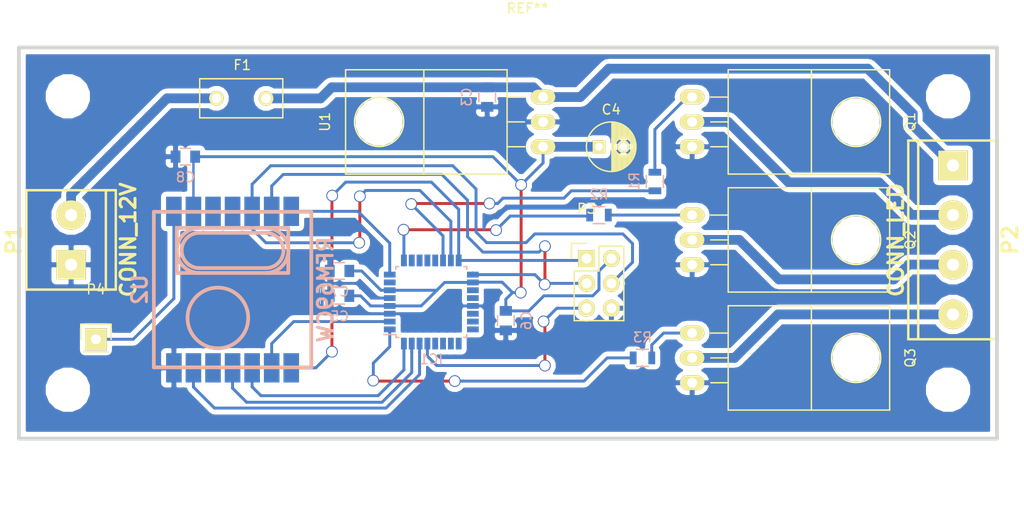
<source format=kicad_pcb>
(kicad_pcb (version 4) (host pcbnew 4.0.1-stable)

  (general
    (links 51)
    (no_connects 0)
    (area 82.554 80.55458 187.6512 133.75524)
    (thickness 1.6)
    (drawings 0)
    (tracks 226)
    (zones 0)
    (modules 21)
    (nets 24)
  )

  (page A4)
  (layers
    (0 F.Cu signal)
    (31 B.Cu signal)
    (32 B.Adhes user)
    (33 F.Adhes user)
    (34 B.Paste user)
    (35 F.Paste user)
    (36 B.SilkS user)
    (37 F.SilkS user)
    (38 B.Mask user)
    (39 F.Mask user)
    (40 Dwgs.User user)
    (41 Cmts.User user)
    (42 Eco1.User user)
    (43 Eco2.User user)
    (44 Edge.Cuts user)
    (45 Margin user)
    (46 B.CrtYd user)
    (47 F.CrtYd user)
    (48 B.Fab user)
    (49 F.Fab user)
  )

  (setup
    (last_trace_width 0.25)
    (user_trace_width 0.3)
    (user_trace_width 1)
    (trace_clearance 0.25)
    (zone_clearance 0.508)
    (zone_45_only no)
    (trace_min 0.2)
    (segment_width 0.2)
    (edge_width 0.15)
    (via_size 1.2)
    (via_drill 1)
    (via_min_size 0.4)
    (via_min_drill 0.3)
    (user_via 1.2 1)
    (uvia_size 0.3)
    (uvia_drill 0.1)
    (uvias_allowed no)
    (uvia_min_size 0.2)
    (uvia_min_drill 0.1)
    (pcb_text_width 0.3)
    (pcb_text_size 1.5 1.5)
    (mod_edge_width 0.15)
    (mod_text_size 1 1)
    (mod_text_width 0.15)
    (pad_size 1.524 1.524)
    (pad_drill 0.762)
    (pad_to_mask_clearance 0.2)
    (aux_axis_origin 0 0)
    (visible_elements 7FFFFFFF)
    (pcbplotparams
      (layerselection 0x00000_80000000)
      (usegerberextensions false)
      (excludeedgelayer true)
      (linewidth 0.100000)
      (plotframeref false)
      (viasonmask false)
      (mode 1)
      (useauxorigin false)
      (hpglpennumber 1)
      (hpglpenspeed 20)
      (hpglpendiameter 15)
      (hpglpenoverlay 2)
      (psnegative false)
      (psa4output false)
      (plotreference true)
      (plotvalue true)
      (plotinvisibletext false)
      (padsonsilk false)
      (subtractmaskfromsilk false)
      (outputformat 1)
      (mirror false)
      (drillshape 0)
      (scaleselection 1)
      (outputdirectory ""))
  )

  (net 0 "")
  (net 1 GND)
  (net 2 +12V)
  (net 3 +3V3)
  (net 4 "Net-(P2-Pad2)")
  (net 5 "Net-(P2-Pad3)")
  (net 6 "Net-(P2-Pad4)")
  (net 7 "Net-(IC1-Pad15)")
  (net 8 "Net-(IC1-Pad16)")
  (net 9 "Net-(IC1-Pad17)")
  (net 10 "Net-(IC1-Pad29)")
  (net 11 "Net-(IC1-Pad14)")
  (net 12 "Net-(IC1-Pad1)")
  (net 13 "Net-(IC1-Pad9)")
  (net 14 "Net-(P4-Pad1)")
  (net 15 "Net-(IC1-Pad2)")
  (net 16 "Net-(IC1-Pad30)")
  (net 17 "Net-(IC1-Pad31)")
  (net 18 "Net-(IC1-Pad32)")
  (net 19 "Net-(IC1-Pad8)")
  (net 20 "Net-(F1-Pad1)")
  (net 21 "Net-(Q1-Pad1)")
  (net 22 "Net-(Q2-Pad1)")
  (net 23 "Net-(Q3-Pad1)")

  (net_class Default "Dies ist die voreingestellte Netzklasse."
    (clearance 0.25)
    (trace_width 0.25)
    (via_dia 1.2)
    (via_drill 1)
    (uvia_dia 0.3)
    (uvia_drill 0.1)
    (add_net +12V)
    (add_net +3V3)
    (add_net GND)
    (add_net "Net-(F1-Pad1)")
    (add_net "Net-(IC1-Pad1)")
    (add_net "Net-(IC1-Pad14)")
    (add_net "Net-(IC1-Pad15)")
    (add_net "Net-(IC1-Pad16)")
    (add_net "Net-(IC1-Pad17)")
    (add_net "Net-(IC1-Pad2)")
    (add_net "Net-(IC1-Pad29)")
    (add_net "Net-(IC1-Pad30)")
    (add_net "Net-(IC1-Pad31)")
    (add_net "Net-(IC1-Pad32)")
    (add_net "Net-(IC1-Pad8)")
    (add_net "Net-(IC1-Pad9)")
    (add_net "Net-(P2-Pad2)")
    (add_net "Net-(P2-Pad3)")
    (add_net "Net-(P2-Pad4)")
    (add_net "Net-(P4-Pad1)")
    (add_net "Net-(Q1-Pad1)")
    (add_net "Net-(Q2-Pad1)")
    (add_net "Net-(Q3-Pad1)")
  )

  (net_class Power ""
    (clearance 0.25)
    (trace_width 1)
    (via_dia 1.2)
    (via_drill 1)
    (uvia_dia 0.3)
    (uvia_drill 0.1)
  )

  (module Pin_Headers:Pin_Header_Straight_2x03 (layer F.Cu) (tedit 54EA0A4B) (tstamp 569C27E4)
    (at 142.875 107.315)
    (descr "Through hole pin header")
    (tags "pin header")
    (path /569BF5AF)
    (fp_text reference P3 (at 0 -5.1) (layer F.SilkS)
      (effects (font (size 1 1) (thickness 0.15)))
    )
    (fp_text value CONN_ISP (at 0 -3.1) (layer F.Fab)
      (effects (font (size 1 1) (thickness 0.15)))
    )
    (fp_line (start -1.27 1.27) (end -1.27 6.35) (layer F.SilkS) (width 0.15))
    (fp_line (start -1.55 -1.55) (end 0 -1.55) (layer F.SilkS) (width 0.15))
    (fp_line (start -1.75 -1.75) (end -1.75 6.85) (layer F.CrtYd) (width 0.05))
    (fp_line (start 4.3 -1.75) (end 4.3 6.85) (layer F.CrtYd) (width 0.05))
    (fp_line (start -1.75 -1.75) (end 4.3 -1.75) (layer F.CrtYd) (width 0.05))
    (fp_line (start -1.75 6.85) (end 4.3 6.85) (layer F.CrtYd) (width 0.05))
    (fp_line (start 1.27 -1.27) (end 1.27 1.27) (layer F.SilkS) (width 0.15))
    (fp_line (start 1.27 1.27) (end -1.27 1.27) (layer F.SilkS) (width 0.15))
    (fp_line (start -1.27 6.35) (end 3.81 6.35) (layer F.SilkS) (width 0.15))
    (fp_line (start 3.81 6.35) (end 3.81 1.27) (layer F.SilkS) (width 0.15))
    (fp_line (start -1.55 -1.55) (end -1.55 0) (layer F.SilkS) (width 0.15))
    (fp_line (start 3.81 -1.27) (end 1.27 -1.27) (layer F.SilkS) (width 0.15))
    (fp_line (start 3.81 1.27) (end 3.81 -1.27) (layer F.SilkS) (width 0.15))
    (pad 1 thru_hole rect (at 0 0) (size 1.7272 1.7272) (drill 1.016) (layers *.Cu *.Mask F.SilkS)
      (net 8 "Net-(IC1-Pad16)"))
    (pad 2 thru_hole oval (at 2.54 0) (size 1.7272 1.7272) (drill 1.016) (layers *.Cu *.Mask F.SilkS)
      (net 3 +3V3))
    (pad 3 thru_hole oval (at 0 2.54) (size 1.7272 1.7272) (drill 1.016) (layers *.Cu *.Mask F.SilkS)
      (net 9 "Net-(IC1-Pad17)"))
    (pad 4 thru_hole oval (at 2.54 2.54) (size 1.7272 1.7272) (drill 1.016) (layers *.Cu *.Mask F.SilkS)
      (net 7 "Net-(IC1-Pad15)"))
    (pad 5 thru_hole oval (at 0 5.08) (size 1.7272 1.7272) (drill 1.016) (layers *.Cu *.Mask F.SilkS)
      (net 10 "Net-(IC1-Pad29)"))
    (pad 6 thru_hole oval (at 2.54 5.08) (size 1.7272 1.7272) (drill 1.016) (layers *.Cu *.Mask F.SilkS)
      (net 1 GND))
    (model Pin_Headers.3dshapes/Pin_Header_Straight_2x03.wrl
      (at (xyz 0.05 -0.1 0))
      (scale (xyz 1 1 1))
      (rotate (xyz 0 0 90))
    )
  )

  (module TO_SOT_Packages_THT:TO-220_Neutral123_Horizontal (layer F.Cu) (tedit 0) (tstamp 569C2816)
    (at 138.43 93.345 90)
    (descr "TO-220, Neutral, Horizontal,")
    (tags "TO-220, Neutral, Horizontal,")
    (path /569C20A0)
    (fp_text reference U1 (at 0 -22.3012 90) (layer F.SilkS)
      (effects (font (size 1 1) (thickness 0.15)))
    )
    (fp_text value LM2931AZ-3.3/5.0 (at -0.29972 3.44932 90) (layer F.Fab)
      (effects (font (size 1 1) (thickness 0.15)))
    )
    (fp_circle (center 0 -16.764) (end 1.778 -14.986) (layer F.SilkS) (width 0.15))
    (fp_line (start -2.54 -3.683) (end -2.54 -1.905) (layer F.SilkS) (width 0.15))
    (fp_line (start 0 -3.683) (end 0 -1.905) (layer F.SilkS) (width 0.15))
    (fp_line (start 2.54 -3.683) (end 2.54 -1.905) (layer F.SilkS) (width 0.15))
    (fp_line (start 5.334 -12.192) (end 5.334 -20.193) (layer F.SilkS) (width 0.15))
    (fp_line (start 5.334 -20.193) (end -5.334 -20.193) (layer F.SilkS) (width 0.15))
    (fp_line (start -5.334 -20.193) (end -5.334 -12.192) (layer F.SilkS) (width 0.15))
    (fp_line (start 5.334 -3.683) (end 5.334 -12.192) (layer F.SilkS) (width 0.15))
    (fp_line (start 5.334 -12.192) (end -5.334 -12.192) (layer F.SilkS) (width 0.15))
    (fp_line (start -5.334 -12.192) (end -5.334 -3.683) (layer F.SilkS) (width 0.15))
    (fp_line (start 0 -3.683) (end -5.334 -3.683) (layer F.SilkS) (width 0.15))
    (fp_line (start 0 -3.683) (end 5.334 -3.683) (layer F.SilkS) (width 0.15))
    (pad 2 thru_hole oval (at 0 0 180) (size 2.49936 1.50114) (drill 1.00076) (layers *.Cu *.Mask F.SilkS)
      (net 1 GND))
    (pad 1 thru_hole oval (at -2.54 0 180) (size 2.49936 1.50114) (drill 1.00076) (layers *.Cu *.Mask F.SilkS)
      (net 3 +3V3))
    (pad 3 thru_hole oval (at 2.54 0 180) (size 2.49936 1.50114) (drill 1.00076) (layers *.Cu *.Mask F.SilkS)
      (net 2 +12V))
    (pad "" np_thru_hole circle (at 0 -16.764 180) (size 3.79984 3.79984) (drill 3.79984) (layers *.Cu *.Mask F.SilkS))
    (model TO_SOT_Packages_THT.3dshapes/TO-220_Neutral123_Horizontal.wrl
      (at (xyz 0 0 0))
      (scale (xyz 0.3937 0.3937 0.3937))
      (rotate (xyz 0 0 0))
    )
  )

  (module Housings_QFP:LQFP-32_7x7mm_Pitch0.8mm (layer B.Cu) (tedit 54130A77) (tstamp 569C2B21)
    (at 127 111.76)
    (descr "LQFP32: plastic low profile quad flat package; 32 leads; body 7 x 7 x 1.4 mm (see NXP sot358-1_po.pdf and sot358-1_fr.pdf)")
    (tags "QFP 0.8")
    (path /569B9087)
    (attr smd)
    (fp_text reference IC1 (at 0 5.85) (layer B.SilkS)
      (effects (font (size 1 1) (thickness 0.15)) (justify mirror))
    )
    (fp_text value ATMEGA88PA-M (at 0 -5.85) (layer B.Fab)
      (effects (font (size 1 1) (thickness 0.15)) (justify mirror))
    )
    (fp_line (start -5.1 5.1) (end -5.1 -5.1) (layer B.CrtYd) (width 0.05))
    (fp_line (start 5.1 5.1) (end 5.1 -5.1) (layer B.CrtYd) (width 0.05))
    (fp_line (start -5.1 5.1) (end 5.1 5.1) (layer B.CrtYd) (width 0.05))
    (fp_line (start -5.1 -5.1) (end 5.1 -5.1) (layer B.CrtYd) (width 0.05))
    (fp_line (start -3.625 3.625) (end -3.625 3.325) (layer B.SilkS) (width 0.15))
    (fp_line (start 3.625 3.625) (end 3.625 3.325) (layer B.SilkS) (width 0.15))
    (fp_line (start 3.625 -3.625) (end 3.625 -3.325) (layer B.SilkS) (width 0.15))
    (fp_line (start -3.625 -3.625) (end -3.625 -3.325) (layer B.SilkS) (width 0.15))
    (fp_line (start -3.625 3.625) (end -3.325 3.625) (layer B.SilkS) (width 0.15))
    (fp_line (start -3.625 -3.625) (end -3.325 -3.625) (layer B.SilkS) (width 0.15))
    (fp_line (start 3.625 -3.625) (end 3.325 -3.625) (layer B.SilkS) (width 0.15))
    (fp_line (start 3.625 3.625) (end 3.325 3.625) (layer B.SilkS) (width 0.15))
    (fp_line (start -3.625 3.325) (end -4.85 3.325) (layer B.SilkS) (width 0.15))
    (pad 1 smd rect (at -4.25 2.8) (size 1.2 0.6) (layers B.Cu B.Paste B.Mask)
      (net 12 "Net-(IC1-Pad1)"))
    (pad 2 smd rect (at -4.25 2) (size 1.2 0.6) (layers B.Cu B.Paste B.Mask)
      (net 15 "Net-(IC1-Pad2)"))
    (pad 3 smd rect (at -4.25 1.2) (size 1.2 0.6) (layers B.Cu B.Paste B.Mask)
      (net 1 GND))
    (pad 4 smd rect (at -4.25 0.4) (size 1.2 0.6) (layers B.Cu B.Paste B.Mask)
      (net 3 +3V3))
    (pad 5 smd rect (at -4.25 -0.4) (size 1.2 0.6) (layers B.Cu B.Paste B.Mask)
      (net 1 GND))
    (pad 6 smd rect (at -4.25 -1.2) (size 1.2 0.6) (layers B.Cu B.Paste B.Mask)
      (net 3 +3V3))
    (pad 7 smd rect (at -4.25 -2) (size 1.2 0.6) (layers B.Cu B.Paste B.Mask))
    (pad 8 smd rect (at -4.25 -2.8) (size 1.2 0.6) (layers B.Cu B.Paste B.Mask)
      (net 19 "Net-(IC1-Pad8)"))
    (pad 9 smd rect (at -2.8 -4.25 270) (size 1.2 0.6) (layers B.Cu B.Paste B.Mask)
      (net 13 "Net-(IC1-Pad9)"))
    (pad 10 smd rect (at -2 -4.25 270) (size 1.2 0.6) (layers B.Cu B.Paste B.Mask))
    (pad 11 smd rect (at -1.2 -4.25 270) (size 1.2 0.6) (layers B.Cu B.Paste B.Mask))
    (pad 12 smd rect (at -0.4 -4.25 270) (size 1.2 0.6) (layers B.Cu B.Paste B.Mask))
    (pad 13 smd rect (at 0.4 -4.25 270) (size 1.2 0.6) (layers B.Cu B.Paste B.Mask))
    (pad 14 smd rect (at 1.2 -4.25 270) (size 1.2 0.6) (layers B.Cu B.Paste B.Mask)
      (net 11 "Net-(IC1-Pad14)"))
    (pad 15 smd rect (at 2 -4.25 270) (size 1.2 0.6) (layers B.Cu B.Paste B.Mask)
      (net 7 "Net-(IC1-Pad15)"))
    (pad 16 smd rect (at 2.8 -4.25 270) (size 1.2 0.6) (layers B.Cu B.Paste B.Mask)
      (net 8 "Net-(IC1-Pad16)"))
    (pad 17 smd rect (at 4.25 -2.8) (size 1.2 0.6) (layers B.Cu B.Paste B.Mask)
      (net 9 "Net-(IC1-Pad17)"))
    (pad 18 smd rect (at 4.25 -2) (size 1.2 0.6) (layers B.Cu B.Paste B.Mask)
      (net 3 +3V3))
    (pad 19 smd rect (at 4.25 -1.2) (size 1.2 0.6) (layers B.Cu B.Paste B.Mask))
    (pad 20 smd rect (at 4.25 -0.4) (size 1.2 0.6) (layers B.Cu B.Paste B.Mask))
    (pad 21 smd rect (at 4.25 0.4) (size 1.2 0.6) (layers B.Cu B.Paste B.Mask)
      (net 1 GND))
    (pad 22 smd rect (at 4.25 1.2) (size 1.2 0.6) (layers B.Cu B.Paste B.Mask))
    (pad 23 smd rect (at 4.25 2) (size 1.2 0.6) (layers B.Cu B.Paste B.Mask))
    (pad 24 smd rect (at 4.25 2.8) (size 1.2 0.6) (layers B.Cu B.Paste B.Mask))
    (pad 25 smd rect (at 2.8 4.25 270) (size 1.2 0.6) (layers B.Cu B.Paste B.Mask))
    (pad 26 smd rect (at 2 4.25 270) (size 1.2 0.6) (layers B.Cu B.Paste B.Mask))
    (pad 27 smd rect (at 1.2 4.25 270) (size 1.2 0.6) (layers B.Cu B.Paste B.Mask))
    (pad 28 smd rect (at 0.4 4.25 270) (size 1.2 0.6) (layers B.Cu B.Paste B.Mask))
    (pad 29 smd rect (at -0.4 4.25 270) (size 1.2 0.6) (layers B.Cu B.Paste B.Mask)
      (net 10 "Net-(IC1-Pad29)"))
    (pad 30 smd rect (at -1.2 4.25 270) (size 1.2 0.6) (layers B.Cu B.Paste B.Mask)
      (net 16 "Net-(IC1-Pad30)"))
    (pad 31 smd rect (at -2 4.25 270) (size 1.2 0.6) (layers B.Cu B.Paste B.Mask)
      (net 17 "Net-(IC1-Pad31)"))
    (pad 32 smd rect (at -2.8 4.25 270) (size 1.2 0.6) (layers B.Cu B.Paste B.Mask)
      (net 18 "Net-(IC1-Pad32)"))
    (model Housings_QFP.3dshapes/LQFP-32_7x7mm_Pitch0.8mm.wrl
      (at (xyz 0 0 0))
      (scale (xyz 1 1 1))
      (rotate (xyz 0 0 0))
    )
  )

  (module Pin_Headers:Pin_Header_Straight_1x01 (layer F.Cu) (tedit 54EA08DC) (tstamp 569E9C0C)
    (at 92.71 115.57)
    (descr "Through hole pin header")
    (tags "pin header")
    (path /569E9EAF)
    (fp_text reference P4 (at 0 -5.1) (layer F.SilkS)
      (effects (font (size 1 1) (thickness 0.15)))
    )
    (fp_text value CONN_01X01 (at 0 -3.1) (layer F.Fab)
      (effects (font (size 1 1) (thickness 0.15)))
    )
    (fp_line (start 1.55 -1.55) (end 1.55 0) (layer F.SilkS) (width 0.15))
    (fp_line (start -1.75 -1.75) (end -1.75 1.75) (layer F.CrtYd) (width 0.05))
    (fp_line (start 1.75 -1.75) (end 1.75 1.75) (layer F.CrtYd) (width 0.05))
    (fp_line (start -1.75 -1.75) (end 1.75 -1.75) (layer F.CrtYd) (width 0.05))
    (fp_line (start -1.75 1.75) (end 1.75 1.75) (layer F.CrtYd) (width 0.05))
    (fp_line (start -1.55 0) (end -1.55 -1.55) (layer F.SilkS) (width 0.15))
    (fp_line (start -1.55 -1.55) (end 1.55 -1.55) (layer F.SilkS) (width 0.15))
    (fp_line (start -1.27 1.27) (end 1.27 1.27) (layer F.SilkS) (width 0.15))
    (pad 1 thru_hole rect (at 0 0) (size 2.2352 2.2352) (drill 1.016) (layers *.Cu *.Mask F.SilkS)
      (net 14 "Net-(P4-Pad1)"))
    (model Pin_Headers.3dshapes/Pin_Header_Straight_1x01.wrl
      (at (xyz 0 0 0))
      (scale (xyz 1 1 1))
      (rotate (xyz 0 0 90))
    )
  )

  (module Capacitors_ThroughHole:C_Radial_D5_L6_P2.5 (layer F.Cu) (tedit 0) (tstamp 569E9D2A)
    (at 144.145 95.885)
    (descr "Radial Electrolytic Capacitor Diameter 5mm x Length 6mm, Pitch 2.5mm")
    (tags "Electrolytic Capacitor")
    (path /569C217F)
    (fp_text reference C4 (at 1.25 -3.8) (layer F.SilkS)
      (effects (font (size 1 1) (thickness 0.15)))
    )
    (fp_text value 10µF (at 1.25 3.8) (layer F.Fab)
      (effects (font (size 1 1) (thickness 0.15)))
    )
    (fp_line (start 1.325 -2.499) (end 1.325 2.499) (layer F.SilkS) (width 0.15))
    (fp_line (start 1.465 -2.491) (end 1.465 2.491) (layer F.SilkS) (width 0.15))
    (fp_line (start 1.605 -2.475) (end 1.605 -0.095) (layer F.SilkS) (width 0.15))
    (fp_line (start 1.605 0.095) (end 1.605 2.475) (layer F.SilkS) (width 0.15))
    (fp_line (start 1.745 -2.451) (end 1.745 -0.49) (layer F.SilkS) (width 0.15))
    (fp_line (start 1.745 0.49) (end 1.745 2.451) (layer F.SilkS) (width 0.15))
    (fp_line (start 1.885 -2.418) (end 1.885 -0.657) (layer F.SilkS) (width 0.15))
    (fp_line (start 1.885 0.657) (end 1.885 2.418) (layer F.SilkS) (width 0.15))
    (fp_line (start 2.025 -2.377) (end 2.025 -0.764) (layer F.SilkS) (width 0.15))
    (fp_line (start 2.025 0.764) (end 2.025 2.377) (layer F.SilkS) (width 0.15))
    (fp_line (start 2.165 -2.327) (end 2.165 -0.835) (layer F.SilkS) (width 0.15))
    (fp_line (start 2.165 0.835) (end 2.165 2.327) (layer F.SilkS) (width 0.15))
    (fp_line (start 2.305 -2.266) (end 2.305 -0.879) (layer F.SilkS) (width 0.15))
    (fp_line (start 2.305 0.879) (end 2.305 2.266) (layer F.SilkS) (width 0.15))
    (fp_line (start 2.445 -2.196) (end 2.445 -0.898) (layer F.SilkS) (width 0.15))
    (fp_line (start 2.445 0.898) (end 2.445 2.196) (layer F.SilkS) (width 0.15))
    (fp_line (start 2.585 -2.114) (end 2.585 -0.896) (layer F.SilkS) (width 0.15))
    (fp_line (start 2.585 0.896) (end 2.585 2.114) (layer F.SilkS) (width 0.15))
    (fp_line (start 2.725 -2.019) (end 2.725 -0.871) (layer F.SilkS) (width 0.15))
    (fp_line (start 2.725 0.871) (end 2.725 2.019) (layer F.SilkS) (width 0.15))
    (fp_line (start 2.865 -1.908) (end 2.865 -0.823) (layer F.SilkS) (width 0.15))
    (fp_line (start 2.865 0.823) (end 2.865 1.908) (layer F.SilkS) (width 0.15))
    (fp_line (start 3.005 -1.78) (end 3.005 -0.745) (layer F.SilkS) (width 0.15))
    (fp_line (start 3.005 0.745) (end 3.005 1.78) (layer F.SilkS) (width 0.15))
    (fp_line (start 3.145 -1.631) (end 3.145 -0.628) (layer F.SilkS) (width 0.15))
    (fp_line (start 3.145 0.628) (end 3.145 1.631) (layer F.SilkS) (width 0.15))
    (fp_line (start 3.285 -1.452) (end 3.285 -0.44) (layer F.SilkS) (width 0.15))
    (fp_line (start 3.285 0.44) (end 3.285 1.452) (layer F.SilkS) (width 0.15))
    (fp_line (start 3.425 -1.233) (end 3.425 1.233) (layer F.SilkS) (width 0.15))
    (fp_line (start 3.565 -0.944) (end 3.565 0.944) (layer F.SilkS) (width 0.15))
    (fp_line (start 3.705 -0.472) (end 3.705 0.472) (layer F.SilkS) (width 0.15))
    (fp_circle (center 2.5 0) (end 2.5 -0.9) (layer F.SilkS) (width 0.15))
    (fp_circle (center 1.25 0) (end 1.25 -2.5375) (layer F.SilkS) (width 0.15))
    (fp_circle (center 1.25 0) (end 1.25 -2.8) (layer F.CrtYd) (width 0.05))
    (pad 1 thru_hole rect (at 0 0) (size 1.3 1.3) (drill 0.8) (layers *.Cu *.Mask F.SilkS)
      (net 3 +3V3))
    (pad 2 thru_hole circle (at 2.5 0) (size 1.3 1.3) (drill 0.8) (layers *.Cu *.Mask F.SilkS)
      (net 1 GND))
    (model Capacitors_ThroughHole.3dshapes/C_Radial_D5_L6_P2.5.wrl
      (at (xyz 0.0492126 0 0))
      (scale (xyz 1 1 1))
      (rotate (xyz 0 0 90))
    )
  )

  (module Capacitors_SMD:C_0805 (layer B.Cu) (tedit 5415D6EA) (tstamp 569EA637)
    (at 132.715 90.805 270)
    (descr "Capacitor SMD 0805, reflow soldering, AVX (see smccp.pdf)")
    (tags "capacitor 0805")
    (path /569C2106)
    (attr smd)
    (fp_text reference C3 (at 0 2.1 270) (layer B.SilkS)
      (effects (font (size 1 1) (thickness 0.15)) (justify mirror))
    )
    (fp_text value 100nF (at 0 -2.1 270) (layer B.Fab)
      (effects (font (size 1 1) (thickness 0.15)) (justify mirror))
    )
    (fp_line (start -1.8 1) (end 1.8 1) (layer B.CrtYd) (width 0.05))
    (fp_line (start -1.8 -1) (end 1.8 -1) (layer B.CrtYd) (width 0.05))
    (fp_line (start -1.8 1) (end -1.8 -1) (layer B.CrtYd) (width 0.05))
    (fp_line (start 1.8 1) (end 1.8 -1) (layer B.CrtYd) (width 0.05))
    (fp_line (start 0.5 0.85) (end -0.5 0.85) (layer B.SilkS) (width 0.15))
    (fp_line (start -0.5 -0.85) (end 0.5 -0.85) (layer B.SilkS) (width 0.15))
    (pad 1 smd rect (at -1 0 270) (size 1 1.25) (layers B.Cu B.Paste B.Mask)
      (net 2 +12V))
    (pad 2 smd rect (at 1 0 270) (size 1 1.25) (layers B.Cu B.Paste B.Mask)
      (net 1 GND))
    (model Capacitors_SMD.3dshapes/C_0805.wrl
      (at (xyz 0 0 0))
      (scale (xyz 1 1 1))
      (rotate (xyz 0 0 0))
    )
  )

  (module Capacitors_SMD:C_0805 (layer B.Cu) (tedit 5415D6EA) (tstamp 569EA63C)
    (at 117.618 111.125)
    (descr "Capacitor SMD 0805, reflow soldering, AVX (see smccp.pdf)")
    (tags "capacitor 0805")
    (path /569BCFBC)
    (attr smd)
    (fp_text reference C5 (at 0 2.1) (layer B.SilkS)
      (effects (font (size 1 1) (thickness 0.15)) (justify mirror))
    )
    (fp_text value 100nF (at 0 -2.1) (layer B.Fab)
      (effects (font (size 1 1) (thickness 0.15)) (justify mirror))
    )
    (fp_line (start -1.8 1) (end 1.8 1) (layer B.CrtYd) (width 0.05))
    (fp_line (start -1.8 -1) (end 1.8 -1) (layer B.CrtYd) (width 0.05))
    (fp_line (start -1.8 1) (end -1.8 -1) (layer B.CrtYd) (width 0.05))
    (fp_line (start 1.8 1) (end 1.8 -1) (layer B.CrtYd) (width 0.05))
    (fp_line (start 0.5 0.85) (end -0.5 0.85) (layer B.SilkS) (width 0.15))
    (fp_line (start -0.5 -0.85) (end 0.5 -0.85) (layer B.SilkS) (width 0.15))
    (pad 1 smd rect (at -1 0) (size 1 1.25) (layers B.Cu B.Paste B.Mask)
      (net 1 GND))
    (pad 2 smd rect (at 1 0) (size 1 1.25) (layers B.Cu B.Paste B.Mask)
      (net 3 +3V3))
    (model Capacitors_SMD.3dshapes/C_0805.wrl
      (at (xyz 0 0 0))
      (scale (xyz 1 1 1))
      (rotate (xyz 0 0 0))
    )
  )

  (module Capacitors_SMD:C_0805 (layer B.Cu) (tedit 5415D6EA) (tstamp 569EA641)
    (at 134.62 113.665 90)
    (descr "Capacitor SMD 0805, reflow soldering, AVX (see smccp.pdf)")
    (tags "capacitor 0805")
    (path /569BD1C5)
    (attr smd)
    (fp_text reference C6 (at 0 2.1 90) (layer B.SilkS)
      (effects (font (size 1 1) (thickness 0.15)) (justify mirror))
    )
    (fp_text value 100nF (at 0 -2.1 90) (layer B.Fab)
      (effects (font (size 1 1) (thickness 0.15)) (justify mirror))
    )
    (fp_line (start -1.8 1) (end 1.8 1) (layer B.CrtYd) (width 0.05))
    (fp_line (start -1.8 -1) (end 1.8 -1) (layer B.CrtYd) (width 0.05))
    (fp_line (start -1.8 1) (end -1.8 -1) (layer B.CrtYd) (width 0.05))
    (fp_line (start 1.8 1) (end 1.8 -1) (layer B.CrtYd) (width 0.05))
    (fp_line (start 0.5 0.85) (end -0.5 0.85) (layer B.SilkS) (width 0.15))
    (fp_line (start -0.5 -0.85) (end 0.5 -0.85) (layer B.SilkS) (width 0.15))
    (pad 1 smd rect (at -1 0 90) (size 1 1.25) (layers B.Cu B.Paste B.Mask)
      (net 1 GND))
    (pad 2 smd rect (at 1 0 90) (size 1 1.25) (layers B.Cu B.Paste B.Mask)
      (net 3 +3V3))
    (model Capacitors_SMD.3dshapes/C_0805.wrl
      (at (xyz 0 0 0))
      (scale (xyz 1 1 1))
      (rotate (xyz 0 0 0))
    )
  )

  (module Capacitors_SMD:C_0805 (layer B.Cu) (tedit 5415D6EA) (tstamp 569EA646)
    (at 117.618 108.585)
    (descr "Capacitor SMD 0805, reflow soldering, AVX (see smccp.pdf)")
    (tags "capacitor 0805")
    (path /569BD211)
    (attr smd)
    (fp_text reference C7 (at 0 2.1) (layer B.SilkS)
      (effects (font (size 1 1) (thickness 0.15)) (justify mirror))
    )
    (fp_text value 100nF (at 0 -2.1) (layer B.Fab)
      (effects (font (size 1 1) (thickness 0.15)) (justify mirror))
    )
    (fp_line (start -1.8 1) (end 1.8 1) (layer B.CrtYd) (width 0.05))
    (fp_line (start -1.8 -1) (end 1.8 -1) (layer B.CrtYd) (width 0.05))
    (fp_line (start -1.8 1) (end -1.8 -1) (layer B.CrtYd) (width 0.05))
    (fp_line (start 1.8 1) (end 1.8 -1) (layer B.CrtYd) (width 0.05))
    (fp_line (start 0.5 0.85) (end -0.5 0.85) (layer B.SilkS) (width 0.15))
    (fp_line (start -0.5 -0.85) (end 0.5 -0.85) (layer B.SilkS) (width 0.15))
    (pad 1 smd rect (at -1 0) (size 1 1.25) (layers B.Cu B.Paste B.Mask)
      (net 1 GND))
    (pad 2 smd rect (at 1 0) (size 1 1.25) (layers B.Cu B.Paste B.Mask)
      (net 3 +3V3))
    (model Capacitors_SMD.3dshapes/C_0805.wrl
      (at (xyz 0 0 0))
      (scale (xyz 1 1 1))
      (rotate (xyz 0 0 0))
    )
  )

  (module Capacitors_SMD:C_0805 (layer B.Cu) (tedit 5415D6EA) (tstamp 569EA64B)
    (at 101.854 96.901)
    (descr "Capacitor SMD 0805, reflow soldering, AVX (see smccp.pdf)")
    (tags "capacitor 0805")
    (path /569BD264)
    (attr smd)
    (fp_text reference C8 (at 0 2.1) (layer B.SilkS)
      (effects (font (size 1 1) (thickness 0.15)) (justify mirror))
    )
    (fp_text value 100nF (at 0 -2.1) (layer B.Fab)
      (effects (font (size 1 1) (thickness 0.15)) (justify mirror))
    )
    (fp_line (start -1.8 1) (end 1.8 1) (layer B.CrtYd) (width 0.05))
    (fp_line (start -1.8 -1) (end 1.8 -1) (layer B.CrtYd) (width 0.05))
    (fp_line (start -1.8 1) (end -1.8 -1) (layer B.CrtYd) (width 0.05))
    (fp_line (start 1.8 1) (end 1.8 -1) (layer B.CrtYd) (width 0.05))
    (fp_line (start 0.5 0.85) (end -0.5 0.85) (layer B.SilkS) (width 0.15))
    (fp_line (start -0.5 -0.85) (end 0.5 -0.85) (layer B.SilkS) (width 0.15))
    (pad 1 smd rect (at -1 0) (size 1 1.25) (layers B.Cu B.Paste B.Mask)
      (net 1 GND))
    (pad 2 smd rect (at 1 0) (size 1 1.25) (layers B.Cu B.Paste B.Mask)
      (net 3 +3V3))
    (model Capacitors_SMD.3dshapes/C_0805.wrl
      (at (xyz 0 0 0))
      (scale (xyz 1 1 1))
      (rotate (xyz 0 0 0))
    )
  )

  (module w_conn_screw:mors_2p (layer F.Cu) (tedit 0) (tstamp 569EA650)
    (at 90.17 105.41 90)
    (descr "Terminal block 2 pins")
    (tags DEV)
    (path /569B8F8F)
    (fp_text reference P1 (at 0 -5.842 90) (layer F.SilkS)
      (effects (font (thickness 0.3048)))
    )
    (fp_text value CONN_12V (at 0 5.842 90) (layer F.SilkS)
      (effects (font (thickness 0.3048)))
    )
    (fp_line (start 5.08 -3.81) (end 5.08 -4.572) (layer F.SilkS) (width 0.254))
    (fp_line (start 5.08 -4.572) (end -5.08 -4.572) (layer F.SilkS) (width 0.254))
    (fp_line (start -5.08 -4.572) (end -5.08 -3.81) (layer F.SilkS) (width 0.254))
    (fp_line (start 5.08 4.572) (end -5.08 4.572) (layer F.SilkS) (width 0.254))
    (fp_line (start -5.08 4.572) (end -5.08 3.556) (layer F.SilkS) (width 0.254))
    (fp_line (start -5.08 3.556) (end 5.08 3.556) (layer F.SilkS) (width 0.254))
    (fp_line (start 5.08 3.556) (end 5.08 4.572) (layer F.SilkS) (width 0.254))
    (fp_line (start 5.08 3.81) (end 5.08 -3.81) (layer F.SilkS) (width 0.254))
    (fp_line (start -5.08 -3.81) (end -5.08 3.81) (layer F.SilkS) (width 0.254))
    (pad 1 thru_hole rect (at -2.54 0 90) (size 2.99974 2.99974) (drill 1.24968) (layers *.Cu *.Mask F.SilkS)
      (net 1 GND))
    (pad 2 thru_hole circle (at 2.54 0 90) (size 2.99974 2.99974) (drill 1.24968) (layers *.Cu *.Mask F.SilkS)
      (net 20 "Net-(F1-Pad1)"))
    (model walter/conn_screw/mors_2p.wrl
      (at (xyz 0 0 0))
      (scale (xyz 1 1 1))
      (rotate (xyz 0 0 0))
    )
  )

  (module w_conn_screw:mors_4p (layer F.Cu) (tedit 0) (tstamp 569EA655)
    (at 180.34 105.41 270)
    (descr "Terminal block 4 pins")
    (tags DEV)
    (path /569B8FE2)
    (fp_text reference P2 (at 0 -5.842 270) (layer F.SilkS)
      (effects (font (thickness 0.3048)))
    )
    (fp_text value CONN_LED (at 0 5.842 270) (layer F.SilkS)
      (effects (font (thickness 0.3048)))
    )
    (fp_line (start 10.16 4.572) (end -10.16 4.572) (layer F.SilkS) (width 0.254))
    (fp_line (start 10.16 -4.572) (end -10.16 -4.572) (layer F.SilkS) (width 0.254))
    (fp_line (start -10.16 3.556) (end 10.16 3.556) (layer F.SilkS) (width 0.254))
    (fp_line (start 10.16 -4.572) (end 10.16 4.572) (layer F.SilkS) (width 0.254))
    (fp_line (start -10.16 4.572) (end -10.16 3.556) (layer F.SilkS) (width 0.254))
    (fp_line (start -10.16 -4.572) (end -10.16 -3.81) (layer F.SilkS) (width 0.254))
    (fp_line (start -10.16 3.81) (end -10.16 -3.81) (layer F.SilkS) (width 0.254))
    (pad 1 thru_hole rect (at -7.62 0 270) (size 2.99974 2.99974) (drill 1.24968) (layers *.Cu *.Mask F.SilkS)
      (net 2 +12V))
    (pad 2 thru_hole circle (at -2.54 0 270) (size 2.99974 2.99974) (drill 1.24968) (layers *.Cu *.Mask F.SilkS)
      (net 4 "Net-(P2-Pad2)"))
    (pad 3 thru_hole circle (at 2.54 0 270) (size 2.99974 2.99974) (drill 1.24968) (layers *.Cu *.Mask F.SilkS)
      (net 5 "Net-(P2-Pad3)"))
    (pad 4 thru_hole circle (at 7.62 0 270) (size 2.99974 2.99974) (drill 1.24968) (layers *.Cu *.Mask F.SilkS)
      (net 6 "Net-(P2-Pad4)"))
    (model walter/conn_screw/mors_4p.wrl
      (at (xyz 0 0 0))
      (scale (xyz 1 1 1))
      (rotate (xyz 0 0 0))
    )
  )

  (module w_rf_modules:RFM12B_SMD (layer B.Cu) (tedit 0) (tstamp 56A12DA9)
    (at 106.68 110.49 270)
    (descr "Hope RFM12B module, SMD version")
    (path /569BA10F)
    (fp_text reference U2 (at 0 9.4996 270) (layer B.SilkS)
      (effects (font (thickness 0.3048)) (justify mirror))
    )
    (fp_text value RFM69CW (at 0 -9.4996 270) (layer B.SilkS)
      (effects (font (thickness 0.3048)) (justify mirror))
    )
    (fp_line (start -2.19964 3.40106) (end -2.19964 -3.40106) (layer B.SilkS) (width 0.381))
    (fp_line (start -5.79882 -3.40106) (end -5.79882 3.40106) (layer B.SilkS) (width 0.381))
    (fp_arc (start -4.0005 -3.40106) (end -2.19964 -3.40106) (angle -90) (layer B.SilkS) (width 0.381))
    (fp_arc (start -4.0005 -3.40106) (end -4.0005 -5.19938) (angle -90) (layer B.SilkS) (width 0.381))
    (fp_arc (start -4.0005 3.40106) (end -4.0005 5.19938) (angle -90) (layer B.SilkS) (width 0.381))
    (fp_arc (start -4.0005 3.40106) (end -5.79882 3.40106) (angle -90) (layer B.SilkS) (width 0.381))
    (fp_arc (start -4.0005 -3.40106) (end -1.69926 -3.40106) (angle -90) (layer B.SilkS) (width 0.381))
    (fp_arc (start -4.0005 -3.40106) (end -4.0005 -5.69976) (angle -90) (layer B.SilkS) (width 0.381))
    (fp_arc (start -4.0005 3.40106) (end -4.0005 5.69976) (angle -90) (layer B.SilkS) (width 0.381))
    (fp_arc (start -4.0005 3.40106) (end -6.2992 3.40106) (angle -90) (layer B.SilkS) (width 0.381))
    (fp_line (start -1.69926 -5.69976) (end -6.2992 -5.69976) (layer B.SilkS) (width 0.381))
    (fp_line (start -6.2992 -5.69976) (end -6.2992 5.69976) (layer B.SilkS) (width 0.381))
    (fp_line (start -6.2992 5.69976) (end -1.69926 5.69976) (layer B.SilkS) (width 0.381))
    (fp_line (start -1.69926 5.69976) (end -1.69926 -5.69976) (layer B.SilkS) (width 0.381))
    (fp_circle (center 2.90068 1.50114) (end -0.20066 1.50114) (layer B.SilkS) (width 0.381))
    (fp_line (start -7.9502 8.04926) (end 7.9502 8.04926) (layer B.SilkS) (width 0.381))
    (fp_line (start 7.9502 8.04926) (end 7.9502 -8.04926) (layer B.SilkS) (width 0.381))
    (fp_line (start 7.9502 -8.04926) (end -7.9502 -8.04926) (layer B.SilkS) (width 0.381))
    (fp_line (start -7.9502 -8.04926) (end -7.9502 8.04926) (layer B.SilkS) (width 0.381))
    (pad 1 smd rect (at -7.99846 5.99948 270) (size 2.9972 1.59766) (layers B.Cu B.Paste B.Mask)
      (net 14 "Net-(P4-Pad1)"))
    (pad 2 smd rect (at -8.001 4.0005 270) (size 2.9972 1.59766) (layers B.Cu B.Paste B.Mask)
      (net 3 +3V3))
    (pad 3 smd rect (at -8.001 1.99898 270) (size 2.9972 1.59766) (layers B.Cu B.Paste B.Mask))
    (pad 4 smd rect (at -8.001 0 270) (size 2.9972 1.59766) (layers B.Cu B.Paste B.Mask))
    (pad 5 smd rect (at -8.001 -1.99898 270) (size 2.9972 1.59766) (layers B.Cu B.Paste B.Mask)
      (net 7 "Net-(IC1-Pad15)"))
    (pad 6 smd rect (at -8.001 -4.0005 270) (size 2.9972 1.59766) (layers B.Cu B.Paste B.Mask)
      (net 9 "Net-(IC1-Pad17)"))
    (pad 7 smd rect (at -8.001 -5.99948 270) (size 2.9972 1.59766) (layers B.Cu B.Paste B.Mask)
      (net 19 "Net-(IC1-Pad8)"))
    (pad 8 smd rect (at 8.001 -5.99948 270) (size 2.9972 1.59766) (layers B.Cu B.Paste B.Mask)
      (net 8 "Net-(IC1-Pad16)"))
    (pad 9 smd rect (at 8.001 -4.0005 270) (size 2.9972 1.59766) (layers B.Cu B.Paste B.Mask)
      (net 15 "Net-(IC1-Pad2)"))
    (pad 10 smd rect (at 8.001 -1.99898 270) (size 2.9972 1.59766) (layers B.Cu B.Paste B.Mask)
      (net 18 "Net-(IC1-Pad32)"))
    (pad 11 smd rect (at 8.001 0 270) (size 2.9972 1.59766) (layers B.Cu B.Paste B.Mask)
      (net 17 "Net-(IC1-Pad31)"))
    (pad 12 smd rect (at 8.001 1.99898 270) (size 2.9972 1.59766) (layers B.Cu B.Paste B.Mask))
    (pad 13 smd rect (at 8.001 4.0005 270) (size 2.9972 1.59766) (layers B.Cu B.Paste B.Mask)
      (net 16 "Net-(IC1-Pad30)"))
    (pad 14 smd rect (at 8.001 5.99948 270) (size 2.9972 1.59766) (layers B.Cu B.Paste B.Mask)
      (net 1 GND))
    (model walter/rf_modules/rfm12b-s.wrl
      (at (xyz 0 0 0))
      (scale (xyz 1 1 1))
      (rotate (xyz 0 0 0))
    )
  )

  (module Resistors_SMD:R_0805 (layer B.Cu) (tedit 5415CDEB) (tstamp 56A13F27)
    (at 149.86 99.441 270)
    (descr "Resistor SMD 0805, reflow soldering, Vishay (see dcrcw.pdf)")
    (tags "resistor 0805")
    (path /569C3264)
    (attr smd)
    (fp_text reference R1 (at 0 2.1 270) (layer B.SilkS)
      (effects (font (size 1 1) (thickness 0.15)) (justify mirror))
    )
    (fp_text value 100R (at 0 -2.1 270) (layer B.Fab)
      (effects (font (size 1 1) (thickness 0.15)) (justify mirror))
    )
    (fp_line (start -1.6 1) (end 1.6 1) (layer B.CrtYd) (width 0.05))
    (fp_line (start -1.6 -1) (end 1.6 -1) (layer B.CrtYd) (width 0.05))
    (fp_line (start -1.6 1) (end -1.6 -1) (layer B.CrtYd) (width 0.05))
    (fp_line (start 1.6 1) (end 1.6 -1) (layer B.CrtYd) (width 0.05))
    (fp_line (start 0.6 -0.875) (end -0.6 -0.875) (layer B.SilkS) (width 0.15))
    (fp_line (start -0.6 0.875) (end 0.6 0.875) (layer B.SilkS) (width 0.15))
    (pad 1 smd rect (at -0.95 0 270) (size 0.7 1.3) (layers B.Cu B.Paste B.Mask)
      (net 21 "Net-(Q1-Pad1)"))
    (pad 2 smd rect (at 0.95 0 270) (size 0.7 1.3) (layers B.Cu B.Paste B.Mask)
      (net 11 "Net-(IC1-Pad14)"))
    (model Resistors_SMD.3dshapes/R_0805.wrl
      (at (xyz 0 0 0))
      (scale (xyz 1 1 1))
      (rotate (xyz 0 0 0))
    )
  )

  (module Resistors_SMD:R_0805 (layer B.Cu) (tedit 5415CDEB) (tstamp 56A13F2C)
    (at 144.145 102.87 180)
    (descr "Resistor SMD 0805, reflow soldering, Vishay (see dcrcw.pdf)")
    (tags "resistor 0805")
    (path /569C3592)
    (attr smd)
    (fp_text reference R2 (at 0 2.1 180) (layer B.SilkS)
      (effects (font (size 1 1) (thickness 0.15)) (justify mirror))
    )
    (fp_text value 100R (at 0 -2.1 180) (layer B.Fab)
      (effects (font (size 1 1) (thickness 0.15)) (justify mirror))
    )
    (fp_line (start -1.6 1) (end 1.6 1) (layer B.CrtYd) (width 0.05))
    (fp_line (start -1.6 -1) (end 1.6 -1) (layer B.CrtYd) (width 0.05))
    (fp_line (start -1.6 1) (end -1.6 -1) (layer B.CrtYd) (width 0.05))
    (fp_line (start 1.6 1) (end 1.6 -1) (layer B.CrtYd) (width 0.05))
    (fp_line (start 0.6 -0.875) (end -0.6 -0.875) (layer B.SilkS) (width 0.15))
    (fp_line (start -0.6 0.875) (end 0.6 0.875) (layer B.SilkS) (width 0.15))
    (pad 1 smd rect (at -0.95 0 180) (size 0.7 1.3) (layers B.Cu B.Paste B.Mask)
      (net 22 "Net-(Q2-Pad1)"))
    (pad 2 smd rect (at 0.95 0 180) (size 0.7 1.3) (layers B.Cu B.Paste B.Mask)
      (net 13 "Net-(IC1-Pad9)"))
    (model Resistors_SMD.3dshapes/R_0805.wrl
      (at (xyz 0 0 0))
      (scale (xyz 1 1 1))
      (rotate (xyz 0 0 0))
    )
  )

  (module Resistors_SMD:R_0805 (layer B.Cu) (tedit 5415CDEB) (tstamp 56A13F31)
    (at 148.59 117.475 180)
    (descr "Resistor SMD 0805, reflow soldering, Vishay (see dcrcw.pdf)")
    (tags "resistor 0805")
    (path /569C3630)
    (attr smd)
    (fp_text reference R3 (at 0 2.1 180) (layer B.SilkS)
      (effects (font (size 1 1) (thickness 0.15)) (justify mirror))
    )
    (fp_text value 100R (at 0 -2.1 180) (layer B.Fab)
      (effects (font (size 1 1) (thickness 0.15)) (justify mirror))
    )
    (fp_line (start -1.6 1) (end 1.6 1) (layer B.CrtYd) (width 0.05))
    (fp_line (start -1.6 -1) (end 1.6 -1) (layer B.CrtYd) (width 0.05))
    (fp_line (start -1.6 1) (end -1.6 -1) (layer B.CrtYd) (width 0.05))
    (fp_line (start 1.6 1) (end 1.6 -1) (layer B.CrtYd) (width 0.05))
    (fp_line (start 0.6 -0.875) (end -0.6 -0.875) (layer B.SilkS) (width 0.15))
    (fp_line (start -0.6 0.875) (end 0.6 0.875) (layer B.SilkS) (width 0.15))
    (pad 1 smd rect (at -0.95 0 180) (size 0.7 1.3) (layers B.Cu B.Paste B.Mask)
      (net 23 "Net-(Q3-Pad1)"))
    (pad 2 smd rect (at 0.95 0 180) (size 0.7 1.3) (layers B.Cu B.Paste B.Mask)
      (net 12 "Net-(IC1-Pad1)"))
    (model Resistors_SMD.3dshapes/R_0805.wrl
      (at (xyz 0 0 0))
      (scale (xyz 1 1 1))
      (rotate (xyz 0 0 0))
    )
  )

  (module Fuse_Holders_and_Fuses:Fuse_TE5_Littlefuse-395Series (layer F.Cu) (tedit 0) (tstamp 56A38A83)
    (at 107.569 90.932)
    (descr "Fuse, TE5, Littlefuse/Wickmann, No. 460, No560,")
    (tags "Fuse, TE5, Littlefuse/Wickmann, No. 460, No560,")
    (path /56A38912)
    (fp_text reference F1 (at 0.09906 -3.40106) (layer F.SilkS)
      (effects (font (size 1 1) (thickness 0.15)))
    )
    (fp_text value 2AT (at -0.20066 3.70078) (layer F.Fab)
      (effects (font (size 1 1) (thickness 0.15)))
    )
    (fp_line (start -4.24942 1.99898) (end 4.24942 1.99898) (layer F.SilkS) (width 0.15))
    (fp_line (start 4.24942 1.99898) (end 4.24942 -1.99898) (layer F.SilkS) (width 0.15))
    (fp_line (start 4.24942 -1.99898) (end -4.24942 -1.99898) (layer F.SilkS) (width 0.15))
    (fp_line (start -4.24942 -1.99898) (end -4.24942 1.99898) (layer F.SilkS) (width 0.15))
    (pad 1 thru_hole circle (at -2.54 0) (size 1.50114 1.50114) (drill 1.00076) (layers *.Cu *.Mask F.SilkS)
      (net 20 "Net-(F1-Pad1)"))
    (pad 2 thru_hole circle (at 2.54 0.01016) (size 1.50114 1.50114) (drill 1.00076) (layers *.Cu *.Mask F.SilkS)
      (net 2 +12V))
  )

  (module TO_SOT_Packages_THT:TO-220_Neutral123_Horizontal (layer F.Cu) (tedit 0) (tstamp 56ABD27B)
    (at 153.67 93.345 270)
    (descr "TO-220, Neutral, Horizontal,")
    (tags "TO-220, Neutral, Horizontal,")
    (path /56ABE3B6)
    (fp_text reference Q1 (at 0 -22.3012 270) (layer F.SilkS)
      (effects (font (size 1 1) (thickness 0.15)))
    )
    (fp_text value IRLZ34N (at -0.29972 3.44932 270) (layer F.Fab)
      (effects (font (size 1 1) (thickness 0.15)))
    )
    (fp_circle (center 0 -16.764) (end 1.778 -14.986) (layer F.SilkS) (width 0.15))
    (fp_line (start -2.54 -3.683) (end -2.54 -1.905) (layer F.SilkS) (width 0.15))
    (fp_line (start 0 -3.683) (end 0 -1.905) (layer F.SilkS) (width 0.15))
    (fp_line (start 2.54 -3.683) (end 2.54 -1.905) (layer F.SilkS) (width 0.15))
    (fp_line (start 5.334 -12.192) (end 5.334 -20.193) (layer F.SilkS) (width 0.15))
    (fp_line (start 5.334 -20.193) (end -5.334 -20.193) (layer F.SilkS) (width 0.15))
    (fp_line (start -5.334 -20.193) (end -5.334 -12.192) (layer F.SilkS) (width 0.15))
    (fp_line (start 5.334 -3.683) (end 5.334 -12.192) (layer F.SilkS) (width 0.15))
    (fp_line (start 5.334 -12.192) (end -5.334 -12.192) (layer F.SilkS) (width 0.15))
    (fp_line (start -5.334 -12.192) (end -5.334 -3.683) (layer F.SilkS) (width 0.15))
    (fp_line (start 0 -3.683) (end -5.334 -3.683) (layer F.SilkS) (width 0.15))
    (fp_line (start 0 -3.683) (end 5.334 -3.683) (layer F.SilkS) (width 0.15))
    (pad 2 thru_hole oval (at 0 0) (size 2.49936 1.50114) (drill 1.00076) (layers *.Cu *.Mask F.SilkS)
      (net 4 "Net-(P2-Pad2)"))
    (pad 1 thru_hole oval (at -2.54 0) (size 2.49936 1.50114) (drill 1.00076) (layers *.Cu *.Mask F.SilkS)
      (net 21 "Net-(Q1-Pad1)"))
    (pad 3 thru_hole oval (at 2.54 0) (size 2.49936 1.50114) (drill 1.00076) (layers *.Cu *.Mask F.SilkS)
      (net 1 GND))
    (pad "" np_thru_hole circle (at 0 -16.764) (size 3.79984 3.79984) (drill 3.79984) (layers *.Cu *.Mask F.SilkS))
    (model TO_SOT_Packages_THT.3dshapes/TO-220_Neutral123_Horizontal.wrl
      (at (xyz 0 0 0))
      (scale (xyz 0.3937 0.3937 0.3937))
      (rotate (xyz 0 0 0))
    )
  )

  (module TO_SOT_Packages_THT:TO-220_Neutral123_Horizontal (layer F.Cu) (tedit 0) (tstamp 56ABD282)
    (at 153.67 105.41 270)
    (descr "TO-220, Neutral, Horizontal,")
    (tags "TO-220, Neutral, Horizontal,")
    (path /56ABE508)
    (fp_text reference Q2 (at 0 -22.3012 270) (layer F.SilkS)
      (effects (font (size 1 1) (thickness 0.15)))
    )
    (fp_text value IRLZ34N (at -0.29972 3.44932 270) (layer F.Fab)
      (effects (font (size 1 1) (thickness 0.15)))
    )
    (fp_circle (center 0 -16.764) (end 1.778 -14.986) (layer F.SilkS) (width 0.15))
    (fp_line (start -2.54 -3.683) (end -2.54 -1.905) (layer F.SilkS) (width 0.15))
    (fp_line (start 0 -3.683) (end 0 -1.905) (layer F.SilkS) (width 0.15))
    (fp_line (start 2.54 -3.683) (end 2.54 -1.905) (layer F.SilkS) (width 0.15))
    (fp_line (start 5.334 -12.192) (end 5.334 -20.193) (layer F.SilkS) (width 0.15))
    (fp_line (start 5.334 -20.193) (end -5.334 -20.193) (layer F.SilkS) (width 0.15))
    (fp_line (start -5.334 -20.193) (end -5.334 -12.192) (layer F.SilkS) (width 0.15))
    (fp_line (start 5.334 -3.683) (end 5.334 -12.192) (layer F.SilkS) (width 0.15))
    (fp_line (start 5.334 -12.192) (end -5.334 -12.192) (layer F.SilkS) (width 0.15))
    (fp_line (start -5.334 -12.192) (end -5.334 -3.683) (layer F.SilkS) (width 0.15))
    (fp_line (start 0 -3.683) (end -5.334 -3.683) (layer F.SilkS) (width 0.15))
    (fp_line (start 0 -3.683) (end 5.334 -3.683) (layer F.SilkS) (width 0.15))
    (pad 2 thru_hole oval (at 0 0) (size 2.49936 1.50114) (drill 1.00076) (layers *.Cu *.Mask F.SilkS)
      (net 5 "Net-(P2-Pad3)"))
    (pad 1 thru_hole oval (at -2.54 0) (size 2.49936 1.50114) (drill 1.00076) (layers *.Cu *.Mask F.SilkS)
      (net 22 "Net-(Q2-Pad1)"))
    (pad 3 thru_hole oval (at 2.54 0) (size 2.49936 1.50114) (drill 1.00076) (layers *.Cu *.Mask F.SilkS)
      (net 1 GND))
    (pad "" np_thru_hole circle (at 0 -16.764) (size 3.79984 3.79984) (drill 3.79984) (layers *.Cu *.Mask F.SilkS))
    (model TO_SOT_Packages_THT.3dshapes/TO-220_Neutral123_Horizontal.wrl
      (at (xyz 0 0 0))
      (scale (xyz 0.3937 0.3937 0.3937))
      (rotate (xyz 0 0 0))
    )
  )

  (module TO_SOT_Packages_THT:TO-220_Neutral123_Horizontal (layer F.Cu) (tedit 0) (tstamp 56ABD289)
    (at 153.67 117.475 270)
    (descr "TO-220, Neutral, Horizontal,")
    (tags "TO-220, Neutral, Horizontal,")
    (path /56ABE575)
    (fp_text reference Q3 (at 0 -22.3012 270) (layer F.SilkS)
      (effects (font (size 1 1) (thickness 0.15)))
    )
    (fp_text value IRLZ34N (at -0.29972 3.44932 270) (layer F.Fab)
      (effects (font (size 1 1) (thickness 0.15)))
    )
    (fp_circle (center 0 -16.764) (end 1.778 -14.986) (layer F.SilkS) (width 0.15))
    (fp_line (start -2.54 -3.683) (end -2.54 -1.905) (layer F.SilkS) (width 0.15))
    (fp_line (start 0 -3.683) (end 0 -1.905) (layer F.SilkS) (width 0.15))
    (fp_line (start 2.54 -3.683) (end 2.54 -1.905) (layer F.SilkS) (width 0.15))
    (fp_line (start 5.334 -12.192) (end 5.334 -20.193) (layer F.SilkS) (width 0.15))
    (fp_line (start 5.334 -20.193) (end -5.334 -20.193) (layer F.SilkS) (width 0.15))
    (fp_line (start -5.334 -20.193) (end -5.334 -12.192) (layer F.SilkS) (width 0.15))
    (fp_line (start 5.334 -3.683) (end 5.334 -12.192) (layer F.SilkS) (width 0.15))
    (fp_line (start 5.334 -12.192) (end -5.334 -12.192) (layer F.SilkS) (width 0.15))
    (fp_line (start -5.334 -12.192) (end -5.334 -3.683) (layer F.SilkS) (width 0.15))
    (fp_line (start 0 -3.683) (end -5.334 -3.683) (layer F.SilkS) (width 0.15))
    (fp_line (start 0 -3.683) (end 5.334 -3.683) (layer F.SilkS) (width 0.15))
    (pad 2 thru_hole oval (at 0 0) (size 2.49936 1.50114) (drill 1.00076) (layers *.Cu *.Mask F.SilkS)
      (net 6 "Net-(P2-Pad4)"))
    (pad 1 thru_hole oval (at -2.54 0) (size 2.49936 1.50114) (drill 1.00076) (layers *.Cu *.Mask F.SilkS)
      (net 23 "Net-(Q3-Pad1)"))
    (pad 3 thru_hole oval (at 2.54 0) (size 2.49936 1.50114) (drill 1.00076) (layers *.Cu *.Mask F.SilkS)
      (net 1 GND))
    (pad "" np_thru_hole circle (at 0 -16.764) (size 3.79984 3.79984) (drill 3.79984) (layers *.Cu *.Mask F.SilkS))
    (model TO_SOT_Packages_THT.3dshapes/TO-220_Neutral123_Horizontal.wrl
      (at (xyz 0 0 0))
      (scale (xyz 0.3937 0.3937 0.3937))
      (rotate (xyz 0 0 0))
    )
  )

  (module EuroBoard_Outline:EuroBoard_viertel_Type-II_100mmX40mm_holes (layer F.Cu) (tedit 0) (tstamp 56ABD2DD)
    (at 84.836 125.73)
    (descr "Outline, Eurocard 1/4, Type I, 100x40mm, with holes 3,5mm,")
    (tags "Outline, Eurocard 1/4, Type II, 100x40mm, with holes 3,5mm,")
    (fp_text reference REF** (at 51.99888 -44.00042) (layer F.SilkS)
      (effects (font (size 1 1) (thickness 0.15)))
    )
    (fp_text value EuroBoard_viertel_Type-II_100mmX40mm_holes (at 51.00066 7.00024) (layer F.Fab)
      (effects (font (size 1 1) (thickness 0.15)))
    )
    (fp_line (start 0 0) (end 99.9998 0) (layer Edge.Cuts) (width 0.381))
    (fp_line (start 99.9998 0) (end 99.9998 -39.99992) (layer Edge.Cuts) (width 0.381))
    (fp_line (start 99.9998 -39.99992) (end 0 -39.99992) (layer Edge.Cuts) (width 0.381))
    (fp_line (start 0 -39.99992) (end 0 0) (layer Edge.Cuts) (width 0.381))
    (pad "" np_thru_hole circle (at 5.00126 -5.00126) (size 3.50012 3.50012) (drill 3.50012) (layers *.Cu *.Mask F.SilkS))
    (pad "" np_thru_hole circle (at 5.00126 -35.0012) (size 3.50012 3.50012) (drill 3.50012) (layers *.Cu *.Mask F.SilkS))
    (pad "" np_thru_hole circle (at 95.00108 -35.0012) (size 3.50012 3.50012) (drill 3.50012) (layers *.Cu *.Mask F.SilkS))
    (pad "" np_thru_hole circle (at 95.00108 -5.00126) (size 3.50012 3.50012) (drill 3.50012) (layers *.Cu *.Mask F.SilkS))
  )

  (segment (start 131.25 112.16) (end 132.15 112.16) (width 0.3) (layer B.Cu) (net 1) (status 10))
  (segment (start 132.15 112.16) (end 132.715 112.725) (width 0.3) (layer B.Cu) (net 1))
  (segment (start 132.715 112.725) (end 132.715 112.885) (width 0.3) (layer B.Cu) (net 1))
  (segment (start 134.495 114.665) (end 134.62 114.665) (width 0.3) (layer B.Cu) (net 1) (status 30))
  (segment (start 122.75 111.36) (end 120.885 111.36) (width 0.3) (layer B.Cu) (net 1) (status 10))
  (segment (start 115.84 109.49) (end 115.84 108.585) (width 0.3) (layer B.Cu) (net 1) (tstamp 56A142A5) (status 20))
  (segment (start 116.205 109.855) (end 115.84 109.49) (width 0.3) (layer B.Cu) (net 1) (tstamp 56A142A4))
  (segment (start 119.38 109.855) (end 116.205 109.855) (width 0.3) (layer B.Cu) (net 1) (tstamp 56A1429F))
  (segment (start 120.885 111.36) (end 119.38 109.855) (width 0.3) (layer B.Cu) (net 1) (tstamp 56A1429B))
  (segment (start 115.84 111.125) (end 115.84 108.585) (width 0.3) (layer B.Cu) (net 1) (status 30))
  (segment (start 122.75 112.96) (end 116.135 112.96) (width 0.3) (layer B.Cu) (net 1) (status 10))
  (segment (start 115.84 112.665) (end 115.84 111.125) (width 0.3) (layer B.Cu) (net 1) (tstamp 56A14293) (status 20))
  (segment (start 116.135 112.96) (end 115.84 112.665) (width 0.3) (layer B.Cu) (net 1) (tstamp 56A14292))
  (segment (start 122.75 112.96) (end 128.975 112.96) (width 0.3) (layer B.Cu) (net 1) (status 10))
  (segment (start 129.775 112.16) (end 131.25 112.16) (width 0.3) (layer B.Cu) (net 1) (tstamp 56A1428C) (status 20))
  (segment (start 128.975 112.96) (end 129.775 112.16) (width 0.3) (layer B.Cu) (net 1) (tstamp 56A1428A))
  (segment (start 138.43 90.805) (end 142.24 90.805) (width 1) (layer B.Cu) (net 2))
  (segment (start 142.24 90.805) (end 145.14046 87.90454) (width 1) (layer B.Cu) (net 2))
  (segment (start 145.14046 87.90454) (end 171.636478 87.90454) (width 1) (layer B.Cu) (net 2))
  (segment (start 171.636478 87.90454) (end 176.226298 92.49436) (width 1) (layer B.Cu) (net 2))
  (segment (start 176.226298 92.49436) (end 176.226298 93.676298) (width 1) (layer B.Cu) (net 2))
  (segment (start 176.226298 93.676298) (end 180.34 97.79) (width 1) (layer B.Cu) (net 2))
  (segment (start 115.68684 90.94216) (end 116.824 89.805) (width 1) (layer B.Cu) (net 2))
  (segment (start 116.824 89.805) (end 132.715 89.805) (width 1) (layer B.Cu) (net 2))
  (segment (start 110.109 90.94216) (end 115.68684 90.94216) (width 1) (layer B.Cu) (net 2))
  (segment (start 132.715 89.805) (end 137.43 89.805) (width 1) (layer B.Cu) (net 2) (status 10))
  (segment (start 137.43 89.805) (end 138.43 90.805) (width 1) (layer B.Cu) (net 2) (tstamp 56A13E09) (status 20))
  (segment (start 131.25 109.76) (end 131.273824 109.736176) (width 0.3) (layer B.Cu) (net 3))
  (segment (start 131.273824 109.736176) (end 134.243357 109.736176) (width 0.3) (layer B.Cu) (net 3))
  (segment (start 134.243357 109.736176) (end 135.306103 110.798922) (width 0.3) (layer B.Cu) (net 3))
  (segment (start 134.62 112.665) (end 134.62 111.485025) (width 0.3) (layer B.Cu) (net 3))
  (segment (start 134.62 111.485025) (end 135.306103 110.798922) (width 0.3) (layer B.Cu) (net 3))
  (segment (start 135.306103 110.798922) (end 136.144522 110.798922) (width 0.3) (layer B.Cu) (net 3))
  (segment (start 120.796 112.16) (end 119.761 111.125) (width 0.3) (layer B.Cu) (net 3))
  (segment (start 119.761 111.125) (end 118.618 111.125) (width 0.3) (layer B.Cu) (net 3))
  (segment (start 122.75 112.16) (end 120.796 112.16) (width 0.3) (layer B.Cu) (net 3))
  (segment (start 122.75 110.56) (end 121.85 110.56) (width 0.3) (layer B.Cu) (net 3))
  (segment (start 121.85 110.56) (end 119.875 108.585) (width 0.3) (layer B.Cu) (net 3))
  (segment (start 119.875 108.585) (end 119.418 108.585) (width 0.3) (layer B.Cu) (net 3))
  (segment (start 119.418 108.585) (end 118.618 108.585) (width 0.3) (layer B.Cu) (net 3))
  (segment (start 145.415 107.315) (end 144.145 108.585) (width 0.3) (layer B.Cu) (net 3))
  (segment (start 135.545 112.665) (end 134.62 112.665) (width 0.3) (layer B.Cu) (net 3))
  (segment (start 144.145 108.585) (end 144.145 110.49) (width 0.3) (layer B.Cu) (net 3))
  (segment (start 144.145 110.49) (end 143.51 111.125) (width 0.3) (layer B.Cu) (net 3))
  (segment (start 143.51 111.125) (end 138.516265 111.125) (width 0.3) (layer B.Cu) (net 3))
  (segment (start 138.516265 111.125) (end 136.976265 112.665) (width 0.3) (layer B.Cu) (net 3))
  (segment (start 136.976265 112.665) (end 135.545 112.665) (width 0.3) (layer B.Cu) (net 3))
  (segment (start 136.144522 111.265478) (end 136.144522 110.798922) (width 0.3) (layer B.Cu) (net 3))
  (segment (start 134.62 112.665) (end 134.745 112.665) (width 0.3) (layer B.Cu) (net 3))
  (segment (start 136.184576 110.758868) (end 136.144522 110.798922) (width 0.3) (layer F.Cu) (net 3))
  (segment (start 136.184576 99.784195) (end 136.184576 110.758868) (width 0.3) (layer F.Cu) (net 3))
  (via (at 136.144522 110.798922) (size 1.2) (drill 1) (layers F.Cu B.Cu) (net 3))
  (segment (start 136.784575 99.184196) (end 136.184576 99.784195) (width 0.3) (layer B.Cu) (net 3))
  (segment (start 138.43 95.885) (end 138.43 97.538771) (width 0.3) (layer B.Cu) (net 3))
  (segment (start 138.43 97.538771) (end 136.784575 99.184196) (width 0.3) (layer B.Cu) (net 3))
  (segment (start 133.301381 96.901) (end 135.584577 99.184196) (width 0.3) (layer B.Cu) (net 3))
  (segment (start 135.584577 99.184196) (end 136.184576 99.784195) (width 0.3) (layer B.Cu) (net 3))
  (segment (start 102.854 96.901) (end 133.301381 96.901) (width 0.3) (layer B.Cu) (net 3))
  (via (at 136.184576 99.784195) (size 1.2) (drill 1) (layers F.Cu B.Cu) (net 3))
  (segment (start 102.6795 102.489) (end 102.6795 97.2025) (width 0.25) (layer B.Cu) (net 3))
  (segment (start 102.6795 97.2025) (end 102.854 97.028) (width 0.25) (layer B.Cu) (net 3))
  (segment (start 122.75 112.16) (end 125.965 112.16) (width 0.3) (layer B.Cu) (net 3) (status 10))
  (segment (start 125.965 112.16) (end 127.565 110.56) (width 0.3) (layer B.Cu) (net 3) (tstamp 56A14080))
  (segment (start 122.75 110.56) (end 127.565 110.56) (width 0.3) (layer B.Cu) (net 3) (status 10))
  (segment (start 128.365 109.76) (end 131.25 109.76) (width 0.3) (layer B.Cu) (net 3) (tstamp 56A1407D) (status 20))
  (segment (start 127.565 110.56) (end 128.365 109.76) (width 0.3) (layer B.Cu) (net 3) (tstamp 56A1407C))
  (segment (start 144.145 95.885) (end 138.43 95.885) (width 1) (layer B.Cu) (net 3) (status 30))
  (segment (start 180.34 102.87) (end 180.321563 102.851563) (width 1) (layer B.Cu) (net 4))
  (segment (start 180.321563 102.851563) (end 176.105515 102.851563) (width 1) (layer B.Cu) (net 4))
  (segment (start 176.105515 102.851563) (end 172.784782 99.53083) (width 1) (layer B.Cu) (net 4))
  (segment (start 172.784782 99.53083) (end 163.53883 99.53083) (width 1) (layer B.Cu) (net 4))
  (segment (start 163.53883 99.53083) (end 157.353 93.345) (width 1) (layer B.Cu) (net 4))
  (segment (start 157.353 93.345) (end 153.67 93.345) (width 1) (layer B.Cu) (net 4))
  (segment (start 180.34 107.95) (end 180.31976 107.92976) (width 1) (layer B.Cu) (net 5))
  (segment (start 180.31976 107.92976) (end 175.814143 107.92976) (width 1) (layer B.Cu) (net 5))
  (segment (start 175.814143 107.92976) (end 174.294034 109.449869) (width 1) (layer B.Cu) (net 5))
  (segment (start 174.294034 109.449869) (end 162.535869 109.449869) (width 1) (layer B.Cu) (net 5))
  (segment (start 158.496 105.41) (end 153.67 105.41) (width 1) (layer B.Cu) (net 5))
  (segment (start 162.535869 109.449869) (end 158.496 105.41) (width 1) (layer B.Cu) (net 5))
  (segment (start 180.34 113.03) (end 162.445588 113.03) (width 1) (layer B.Cu) (net 6))
  (segment (start 162.445588 113.03) (end 158.000588 117.475) (width 1) (layer B.Cu) (net 6))
  (segment (start 158.000588 117.475) (end 153.67 117.475) (width 1) (layer B.Cu) (net 6))
  (segment (start 180.34 113.03) (end 179.72155 113.64845) (width 1) (layer B.Cu) (net 6) (status 30))
  (segment (start 145.415 109.855) (end 147.574 107.696) (width 0.3) (layer B.Cu) (net 7))
  (segment (start 147.574 107.696) (end 147.574 105.791) (width 0.3) (layer B.Cu) (net 7))
  (segment (start 147.574 105.791) (end 146.581193 104.798193) (width 0.3) (layer B.Cu) (net 7))
  (segment (start 146.581193 104.798193) (end 137.581308 104.798193) (width 0.3) (layer B.Cu) (net 7))
  (segment (start 136.688943 105.690558) (end 132.659775 105.690558) (width 0.3) (layer B.Cu) (net 7))
  (segment (start 137.581308 104.798193) (end 136.688943 105.690558) (width 0.3) (layer B.Cu) (net 7))
  (segment (start 131.574071 100.205071) (end 129.194235 97.825235) (width 0.3) (layer B.Cu) (net 7))
  (segment (start 132.659775 105.690558) (end 131.574071 104.604854) (width 0.3) (layer B.Cu) (net 7))
  (segment (start 129.194235 97.825235) (end 110.578914 97.825235) (width 0.3) (layer B.Cu) (net 7))
  (segment (start 131.574071 104.604854) (end 131.574071 100.205071) (width 0.3) (layer B.Cu) (net 7))
  (segment (start 110.578914 97.825235) (end 108.67898 99.725169) (width 0.3) (layer B.Cu) (net 7))
  (segment (start 108.67898 99.725169) (end 108.67898 102.489) (width 0.3) (layer B.Cu) (net 7))
  (segment (start 129 107.51) (end 129 103.516192) (width 0.3) (layer B.Cu) (net 7))
  (segment (start 129 103.516192) (end 125.838115 100.354307) (width 0.3) (layer B.Cu) (net 7))
  (segment (start 125.838115 100.354307) (end 120.294627 100.354307) (width 0.3) (layer B.Cu) (net 7))
  (segment (start 120.294627 100.354307) (end 119.694628 100.954306) (width 0.3) (layer B.Cu) (net 7))
  (segment (start 110.095108 105.703728) (end 119.625817 105.703728) (width 0.3) (layer B.Cu) (net 7))
  (segment (start 108.67898 104.2876) (end 110.095108 105.703728) (width 0.3) (layer B.Cu) (net 7))
  (segment (start 108.67898 102.489) (end 108.67898 104.2876) (width 0.3) (layer B.Cu) (net 7) (status 10))
  (segment (start 119.694628 105.634917) (end 119.625817 105.703728) (width 0.3) (layer F.Cu) (net 7))
  (segment (start 119.694628 100.954306) (end 119.694628 105.634917) (width 0.3) (layer F.Cu) (net 7))
  (via (at 119.625817 105.703728) (size 1.2) (drill 1) (layers F.Cu B.Cu) (net 7))
  (via (at 119.694628 100.954306) (size 1.2) (drill 1) (layers F.Cu B.Cu) (net 7))
  (segment (start 129.8 107.51) (end 129.8 102.291508) (width 0.3) (layer B.Cu) (net 8))
  (segment (start 129.8 102.291508) (end 127.012312 99.50382) (width 0.3) (layer B.Cu) (net 8))
  (segment (start 127.012312 99.50382) (end 118.24834 99.50382) (width 0.3) (layer B.Cu) (net 8))
  (segment (start 118.24834 99.50382) (end 116.866662 100.885498) (width 0.3) (layer B.Cu) (net 8))
  (segment (start 129.8 107.51) (end 142.276417 107.51) (width 0.3) (layer B.Cu) (net 8))
  (segment (start 142.471417 107.315) (end 142.875 107.315) (width 0.3) (layer B.Cu) (net 8))
  (segment (start 142.276417 107.51) (end 142.471417 107.315) (width 0.3) (layer B.Cu) (net 8))
  (segment (start 116.84 100.91216) (end 116.866662 100.885498) (width 0.3) (layer F.Cu) (net 8))
  (via (at 116.866662 100.885498) (size 1.2) (drill 1) (layers F.Cu B.Cu) (net 8))
  (segment (start 116.84 116.84) (end 116.84 100.91216) (width 0.3) (layer F.Cu) (net 8))
  (segment (start 112.67948 118.491) (end 115.189 118.491) (width 0.3) (layer B.Cu) (net 8) (status 10))
  (segment (start 115.189 118.491) (end 116.84 116.84) (width 0.3) (layer B.Cu) (net 8))
  (via (at 116.84 116.84) (size 1.2) (drill 1) (layers F.Cu B.Cu) (net 8))
  (segment (start 110.6805 102.489) (end 110.6805 99.897577) (width 0.3) (layer B.Cu) (net 9))
  (segment (start 110.6805 99.897577) (end 111.860152 98.717925) (width 0.3) (layer B.Cu) (net 9))
  (segment (start 138.015915 106.655629) (end 138.019085 106.652459) (width 0.3) (layer B.Cu) (net 9))
  (segment (start 138.019085 106.652459) (end 138.619084 106.05246) (width 0.3) (layer B.Cu) (net 9))
  (segment (start 111.860152 98.717925) (end 128.070888 98.717925) (width 0.3) (layer B.Cu) (net 9))
  (segment (start 128.070888 98.717925) (end 130.705507 101.352544) (width 0.3) (layer B.Cu) (net 9))
  (segment (start 130.705507 101.352544) (end 130.705507 105.087389) (width 0.3) (layer B.Cu) (net 9))
  (segment (start 130.705507 105.087389) (end 132.273747 106.655629) (width 0.3) (layer B.Cu) (net 9))
  (segment (start 132.273747 106.655629) (end 138.015915 106.655629) (width 0.3) (layer B.Cu) (net 9))
  (segment (start 138.700951 109.855) (end 138.594957 109.960994) (width 0.3) (layer B.Cu) (net 9))
  (segment (start 131.25 108.96) (end 137.593963 108.96) (width 0.3) (layer B.Cu) (net 9))
  (segment (start 138.619084 109.936867) (end 138.594957 109.960994) (width 0.3) (layer F.Cu) (net 9))
  (segment (start 138.619084 106.05246) (end 138.619084 109.936867) (width 0.3) (layer F.Cu) (net 9))
  (via (at 138.594957 109.960994) (size 1.2) (drill 1) (layers F.Cu B.Cu) (net 9))
  (segment (start 142.875 109.855) (end 138.700951 109.855) (width 0.3) (layer B.Cu) (net 9))
  (segment (start 137.994958 109.360995) (end 138.594957 109.960994) (width 0.3) (layer B.Cu) (net 9))
  (segment (start 137.593963 108.96) (end 137.994958 109.360995) (width 0.3) (layer B.Cu) (net 9))
  (via (at 138.619084 106.05246) (size 1.2) (drill 1) (layers F.Cu B.Cu) (net 9))
  (segment (start 131.25 108.96) (end 131.25 108.78) (width 0.3) (layer B.Cu) (net 9) (status 30))
  (segment (start 126.6 116.01) (end 126.6 117.296619) (width 0.3) (layer B.Cu) (net 10))
  (segment (start 126.6 117.296619) (end 127.559398 118.256017) (width 0.3) (layer B.Cu) (net 10))
  (segment (start 128.164569 118.256721) (end 137.764921 118.256721) (width 0.3) (layer B.Cu) (net 10))
  (segment (start 127.559398 118.256017) (end 128.163865 118.256017) (width 0.3) (layer B.Cu) (net 10))
  (segment (start 128.163865 118.256017) (end 128.164569 118.256721) (width 0.3) (layer B.Cu) (net 10))
  (segment (start 137.764921 118.256721) (end 138.613449 118.256721) (width 0.3) (layer B.Cu) (net 10))
  (segment (start 139.080807 113.146946) (end 138.480808 113.746945) (width 0.3) (layer B.Cu) (net 10))
  (segment (start 139.832753 112.395) (end 139.080807 113.146946) (width 0.3) (layer B.Cu) (net 10))
  (segment (start 142.875 112.395) (end 139.832753 112.395) (width 0.3) (layer B.Cu) (net 10))
  (segment (start 138.613449 118.256721) (end 138.613449 113.879586) (width 0.3) (layer F.Cu) (net 10))
  (segment (start 138.613449 113.879586) (end 138.480808 113.746945) (width 0.3) (layer F.Cu) (net 10))
  (via (at 138.480808 113.746945) (size 1.2) (drill 1) (layers F.Cu B.Cu) (net 10))
  (via (at 138.613449 118.256721) (size 1.2) (drill 1) (layers F.Cu B.Cu) (net 10))
  (segment (start 149.86 100.391) (end 141.319932 100.391) (width 0.3) (layer B.Cu) (net 11))
  (segment (start 141.319932 100.391) (end 140.5671 101.143832) (width 0.3) (layer B.Cu) (net 11))
  (segment (start 140.5671 101.143832) (end 134.331673 101.143832) (width 0.3) (layer B.Cu) (net 11))
  (segment (start 134.331673 101.143832) (end 133.788766 101.686739) (width 0.3) (layer B.Cu) (net 11))
  (segment (start 133.788766 101.686739) (end 132.940238 101.686739) (width 0.3) (layer B.Cu) (net 11))
  (segment (start 125.549553 102.346818) (end 124.949554 101.746819) (width 0.3) (layer B.Cu) (net 11))
  (segment (start 128.2 104.997265) (end 125.549553 102.346818) (width 0.3) (layer B.Cu) (net 11))
  (segment (start 128.2 107.51) (end 128.2 104.997265) (width 0.3) (layer B.Cu) (net 11))
  (segment (start 125.009634 101.686739) (end 124.949554 101.746819) (width 0.3) (layer F.Cu) (net 11))
  (segment (start 132.940238 101.686739) (end 125.009634 101.686739) (width 0.3) (layer F.Cu) (net 11))
  (via (at 124.949554 101.746819) (size 1.2) (drill 1) (layers F.Cu B.Cu) (net 11))
  (via (at 132.940238 101.686739) (size 1.2) (drill 1) (layers F.Cu B.Cu) (net 11))
  (segment (start 122.75 114.56) (end 122.75 116.332506) (width 0.3) (layer B.Cu) (net 12))
  (segment (start 122.75 116.332506) (end 121.073419 118.009087) (width 0.3) (layer B.Cu) (net 12))
  (segment (start 121.073419 118.009087) (end 121.073419 119.779774) (width 0.3) (layer B.Cu) (net 12))
  (segment (start 121.073419 119.779774) (end 121.059902 119.793291) (width 0.3) (layer B.Cu) (net 12))
  (segment (start 121.112107 119.845496) (end 121.059902 119.793291) (width 0.3) (layer F.Cu) (net 12))
  (segment (start 129.400862 119.845496) (end 121.112107 119.845496) (width 0.3) (layer F.Cu) (net 12))
  (via (at 121.059902 119.793291) (size 1.2) (drill 1) (layers F.Cu B.Cu) (net 12))
  (segment (start 147.64 117.475) (end 144.985645 117.475) (width 0.3) (layer B.Cu) (net 12))
  (segment (start 144.985645 117.475) (end 142.615149 119.845496) (width 0.3) (layer B.Cu) (net 12))
  (segment (start 142.615149 119.845496) (end 130.24939 119.845496) (width 0.3) (layer B.Cu) (net 12))
  (segment (start 130.24939 119.845496) (end 129.400862 119.845496) (width 0.3) (layer B.Cu) (net 12))
  (via (at 129.400862 119.845496) (size 1.2) (drill 1) (layers F.Cu B.Cu) (net 12))
  (segment (start 133.624845 104.41184) (end 135.064227 102.972458) (width 0.3) (layer B.Cu) (net 13))
  (segment (start 135.064227 102.972458) (end 142.981817 102.972458) (width 0.3) (layer B.Cu) (net 13))
  (segment (start 142.981817 102.972458) (end 143.140828 102.813447) (width 0.3) (layer B.Cu) (net 13))
  (segment (start 143.140828 102.813447) (end 143.140828 102.815828) (width 0.3) (layer B.Cu) (net 13))
  (segment (start 143.140828 102.815828) (end 143.195 102.87) (width 0.3) (layer B.Cu) (net 13))
  (segment (start 133.582335 104.36933) (end 133.624845 104.41184) (width 0.3) (layer F.Cu) (net 13))
  (segment (start 124.162008 104.36933) (end 133.582335 104.36933) (width 0.3) (layer F.Cu) (net 13))
  (via (at 133.624845 104.41184) (size 1.2) (drill 1) (layers F.Cu B.Cu) (net 13))
  (segment (start 124.2 104.407322) (end 124.162008 104.36933) (width 0.3) (layer B.Cu) (net 13))
  (segment (start 124.2 107.51) (end 124.2 104.407322) (width 0.3) (layer B.Cu) (net 13) (status 10))
  (via (at 124.162008 104.36933) (size 1.2) (drill 1) (layers F.Cu B.Cu) (net 13))
  (segment (start 92.71 115.57) (end 96.52 115.57) (width 0.3) (layer B.Cu) (net 14) (status 10))
  (segment (start 100.68052 111.40948) (end 100.68052 102.49154) (width 0.3) (layer B.Cu) (net 14) (tstamp 56A12F3F) (status 20))
  (segment (start 96.52 115.57) (end 100.68052 111.40948) (width 0.3) (layer B.Cu) (net 14) (tstamp 56A12F3C))
  (segment (start 122.75 113.76) (end 112.935 113.76) (width 0.3) (layer B.Cu) (net 15) (status 10))
  (segment (start 110.6805 116.0145) (end 110.6805 118.491) (width 0.3) (layer B.Cu) (net 15) (tstamp 56A1406A) (status 20))
  (segment (start 112.935 113.76) (end 110.6805 116.0145) (width 0.3) (layer B.Cu) (net 15) (tstamp 56A14068))
  (segment (start 102.6795 118.491) (end 102.6795 120.455766) (width 0.3) (layer B.Cu) (net 16))
  (segment (start 125.8 119.175247) (end 125.8 116.91) (width 0.3) (layer B.Cu) (net 16))
  (segment (start 102.6795 120.455766) (end 104.829487 122.605753) (width 0.3) (layer B.Cu) (net 16))
  (segment (start 104.829487 122.605753) (end 122.369494 122.605753) (width 0.3) (layer B.Cu) (net 16))
  (segment (start 122.369494 122.605753) (end 125.8 119.175247) (width 0.3) (layer B.Cu) (net 16))
  (segment (start 125.8 116.91) (end 125.8 116.01) (width 0.3) (layer B.Cu) (net 16))
  (segment (start 106.68 118.491) (end 106.68 120.57048) (width 0.3) (layer B.Cu) (net 17))
  (segment (start 106.68 120.57048) (end 108.121612 122.012092) (width 0.3) (layer B.Cu) (net 17))
  (segment (start 121.964724 122.012092) (end 125 118.976816) (width 0.3) (layer B.Cu) (net 17))
  (segment (start 108.121612 122.012092) (end 121.964724 122.012092) (width 0.3) (layer B.Cu) (net 17))
  (segment (start 125 118.976816) (end 125 116.91) (width 0.3) (layer B.Cu) (net 17))
  (segment (start 125 116.91) (end 125 116.01) (width 0.3) (layer B.Cu) (net 17))
  (segment (start 108.67898 118.491) (end 108.67898 120.437359) (width 0.3) (layer B.Cu) (net 18))
  (segment (start 108.67898 120.437359) (end 109.579097 121.337476) (width 0.3) (layer B.Cu) (net 18))
  (segment (start 109.579097 121.337476) (end 121.559955 121.337476) (width 0.3) (layer B.Cu) (net 18))
  (segment (start 121.559955 121.337476) (end 124.2 118.697431) (width 0.3) (layer B.Cu) (net 18))
  (segment (start 124.2 118.697431) (end 124.2 116.91) (width 0.3) (layer B.Cu) (net 18))
  (segment (start 124.2 116.91) (end 124.2 116.01) (width 0.3) (layer B.Cu) (net 18))
  (segment (start 112.67948 102.489) (end 119.499701 102.489) (width 0.3) (layer B.Cu) (net 19) (status 10))
  (segment (start 119.499701 102.489) (end 122.75 105.739299) (width 0.3) (layer B.Cu) (net 19))
  (segment (start 122.75 105.739299) (end 122.75 108.96) (width 0.3) (layer B.Cu) (net 19) (status 20))
  (segment (start 90.17 102.87) (end 90.17 100.748864) (width 1) (layer B.Cu) (net 20))
  (segment (start 90.17 100.748864) (end 99.986864 90.932) (width 1) (layer B.Cu) (net 20))
  (segment (start 99.986864 90.932) (end 103.967534 90.932) (width 1) (layer B.Cu) (net 20))
  (segment (start 103.967534 90.932) (end 105.029 90.932) (width 1) (layer B.Cu) (net 20))
  (segment (start 153.67 90.805) (end 153.17089 90.805) (width 0.3) (layer B.Cu) (net 21))
  (segment (start 153.17089 90.805) (end 149.86 94.11589) (width 0.3) (layer B.Cu) (net 21))
  (segment (start 149.86 94.11589) (end 149.86 97.841) (width 0.3) (layer B.Cu) (net 21))
  (segment (start 149.86 97.841) (end 149.86 98.491) (width 0.3) (layer B.Cu) (net 21))
  (segment (start 153.67 102.87) (end 152.12032 102.87) (width 0.3) (layer B.Cu) (net 22))
  (segment (start 152.12032 102.87) (end 145.095 102.87) (width 0.3) (layer B.Cu) (net 22))
  (segment (start 150.749 114.935) (end 149.54 116.144) (width 0.3) (layer B.Cu) (net 23))
  (segment (start 149.54 116.144) (end 149.54 117.475) (width 0.3) (layer B.Cu) (net 23))
  (segment (start 153.67 114.935) (end 150.749 114.935) (width 0.3) (layer B.Cu) (net 23))

  (zone (net 1) (net_name GND) (layer B.Cu) (tstamp 0) (hatch edge 0.508)
    (connect_pads (clearance 0.508))
    (min_thickness 0.254)
    (fill yes (arc_segments 16) (thermal_gap 0.508) (thermal_bridge_width 0.508) (smoothing chamfer))
    (polygon
      (pts
        (xy 84.836 85.852) (xy 184.658 85.852) (xy 184.658 125.73) (xy 84.836 125.73)
      )
    )
    (filled_polygon
      (pts
        (xy 184.0103 124.9045) (xy 85.6615 124.9045) (xy 85.6615 121.201076) (xy 87.451787 121.201076) (xy 87.814126 122.078003)
        (xy 88.484468 122.749516) (xy 89.360761 123.113385) (xy 90.309596 123.114213) (xy 91.186523 122.751874) (xy 91.858036 122.081532)
        (xy 92.221905 121.205239) (xy 92.222733 120.256404) (xy 91.860394 119.379477) (xy 91.258719 118.77675) (xy 99.24669 118.77675)
        (xy 99.24669 120.115909) (xy 99.343363 120.349298) (xy 99.521991 120.527927) (xy 99.75538 120.6246) (xy 100.39477 120.6246)
        (xy 100.55352 120.46585) (xy 100.55352 118.618) (xy 99.40544 118.618) (xy 99.24669 118.77675) (xy 91.258719 118.77675)
        (xy 91.190052 118.707964) (xy 90.313759 118.344095) (xy 89.364924 118.343267) (xy 88.487997 118.705606) (xy 87.816484 119.375948)
        (xy 87.452615 120.252241) (xy 87.451787 121.201076) (xy 85.6615 121.201076) (xy 85.6615 114.4524) (xy 90.94496 114.4524)
        (xy 90.94496 116.6876) (xy 90.989238 116.922917) (xy 91.12831 117.139041) (xy 91.34051 117.284031) (xy 91.5924 117.33504)
        (xy 93.8276 117.33504) (xy 94.062917 117.290762) (xy 94.279041 117.15169) (xy 94.424031 116.93949) (xy 94.438894 116.866091)
        (xy 99.24669 116.866091) (xy 99.24669 118.20525) (xy 99.40544 118.364) (xy 100.55352 118.364) (xy 100.55352 116.51615)
        (xy 100.39477 116.3574) (xy 99.75538 116.3574) (xy 99.521991 116.454073) (xy 99.343363 116.632702) (xy 99.24669 116.866091)
        (xy 94.438894 116.866091) (xy 94.47504 116.6876) (xy 94.47504 116.355) (xy 96.52 116.355) (xy 96.820407 116.295245)
        (xy 97.075079 116.125079) (xy 101.235599 111.964559) (xy 101.405765 111.709886) (xy 101.465267 111.41075) (xy 115.483 111.41075)
        (xy 115.483 111.87631) (xy 115.579673 112.109699) (xy 115.758302 112.288327) (xy 115.991691 112.385) (xy 116.33225 112.385)
        (xy 116.491 112.22625) (xy 116.491 111.252) (xy 115.64175 111.252) (xy 115.483 111.41075) (xy 101.465267 111.41075)
        (xy 101.46552 111.40948) (xy 101.46552 110.37369) (xy 115.483 110.37369) (xy 115.483 110.83925) (xy 115.64175 110.998)
        (xy 116.491 110.998) (xy 116.491 110.02375) (xy 116.33225 109.865) (xy 115.991691 109.865) (xy 115.758302 109.961673)
        (xy 115.579673 110.140301) (xy 115.483 110.37369) (xy 101.46552 110.37369) (xy 101.46552 108.87075) (xy 115.483 108.87075)
        (xy 115.483 109.33631) (xy 115.579673 109.569699) (xy 115.758302 109.748327) (xy 115.991691 109.845) (xy 116.33225 109.845)
        (xy 116.491 109.68625) (xy 116.491 108.712) (xy 115.64175 108.712) (xy 115.483 108.87075) (xy 101.46552 108.87075)
        (xy 101.46552 107.83369) (xy 115.483 107.83369) (xy 115.483 108.29925) (xy 115.64175 108.458) (xy 116.491 108.458)
        (xy 116.491 107.48375) (xy 116.33225 107.325) (xy 115.991691 107.325) (xy 115.758302 107.421673) (xy 115.579673 107.600301)
        (xy 115.483 107.83369) (xy 101.46552 107.83369) (xy 101.46552 104.63758) (xy 101.47935 104.63758) (xy 101.693878 104.597214)
        (xy 101.88067 104.63504) (xy 103.47833 104.63504) (xy 103.687673 104.595649) (xy 103.88219 104.63504) (xy 105.47985 104.63504)
        (xy 105.687876 104.595897) (xy 105.88117 104.63504) (xy 107.47883 104.63504) (xy 107.686856 104.595897) (xy 107.88015 104.63504)
        (xy 107.985161 104.63504) (xy 108.123901 104.842679) (xy 109.540029 106.258807) (xy 109.794702 106.428973) (xy 110.095108 106.488728)
        (xy 118.664417 106.488728) (xy 118.925332 106.750099) (xy 119.379083 106.938513) (xy 119.870396 106.938942) (xy 120.324474 106.75132)
        (xy 120.672188 106.404213) (xy 120.860602 105.950462) (xy 120.861031 105.459149) (xy 120.673409 105.005071) (xy 120.326302 104.657357)
        (xy 119.872551 104.468943) (xy 119.381238 104.468514) (xy 118.92716 104.656136) (xy 118.664109 104.918728) (xy 110.420266 104.918728)
        (xy 110.136578 104.63504) (xy 111.47933 104.63504) (xy 111.687356 104.595897) (xy 111.88065 104.63504) (xy 113.47831 104.63504)
        (xy 113.713627 104.590762) (xy 113.929751 104.45169) (xy 114.074741 104.23949) (xy 114.12575 103.9876) (xy 114.12575 103.274)
        (xy 119.174543 103.274) (xy 121.965 106.064457) (xy 121.965 108.04737) (xy 121.914683 108.056838) (xy 121.698559 108.19591)
        (xy 121.553569 108.40811) (xy 121.50256 108.66) (xy 121.50256 109.102402) (xy 120.430079 108.029921) (xy 120.175407 107.859755)
        (xy 119.875 107.8) (xy 119.735334 107.8) (xy 119.721162 107.724683) (xy 119.58209 107.508559) (xy 119.36989 107.363569)
        (xy 119.118 107.31256) (xy 118.118 107.31256) (xy 117.882683 107.356838) (xy 117.666559 107.49591) (xy 117.620031 107.564006)
        (xy 117.477698 107.421673) (xy 117.244309 107.325) (xy 116.90375 107.325) (xy 116.745 107.48375) (xy 116.745 108.458)
        (xy 116.765 108.458) (xy 116.765 108.712) (xy 116.745 108.712) (xy 116.745 109.68625) (xy 116.90375 109.845)
        (xy 117.244309 109.845) (xy 117.477698 109.748327) (xy 117.618936 109.60709) (xy 117.65391 109.661441) (xy 117.86611 109.806431)
        (xy 118.105509 109.85491) (xy 117.882683 109.896838) (xy 117.666559 110.03591) (xy 117.620031 110.104006) (xy 117.477698 109.961673)
        (xy 117.244309 109.865) (xy 116.90375 109.865) (xy 116.745 110.02375) (xy 116.745 110.998) (xy 116.765 110.998)
        (xy 116.765 111.252) (xy 116.745 111.252) (xy 116.745 112.22625) (xy 116.90375 112.385) (xy 117.244309 112.385)
        (xy 117.477698 112.288327) (xy 117.618936 112.14709) (xy 117.65391 112.201441) (xy 117.86611 112.346431) (xy 118.118 112.39744)
        (xy 119.118 112.39744) (xy 119.353317 112.353162) (xy 119.569441 112.21409) (xy 119.638646 112.112804) (xy 120.240921 112.715079)
        (xy 120.495593 112.885245) (xy 120.796 112.945) (xy 121.735025 112.945) (xy 121.755711 112.959134) (xy 121.731054 112.975)
        (xy 112.935 112.975) (xy 112.634594 113.034755) (xy 112.379921 113.204921) (xy 112.379919 113.204924) (xy 110.125421 115.459421)
        (xy 109.955255 115.714093) (xy 109.955255 115.714094) (xy 109.8955 116.0145) (xy 109.8955 116.34496) (xy 109.88167 116.34496)
        (xy 109.672327 116.384351) (xy 109.47781 116.34496) (xy 107.88015 116.34496) (xy 107.672124 116.384103) (xy 107.47883 116.34496)
        (xy 105.88117 116.34496) (xy 105.673144 116.384103) (xy 105.47985 116.34496) (xy 103.88219 116.34496) (xy 103.672847 116.384351)
        (xy 103.47833 116.34496) (xy 101.88067 116.34496) (xy 101.670913 116.384429) (xy 101.60566 116.3574) (xy 100.96627 116.3574)
        (xy 100.80752 116.51615) (xy 100.80752 118.364) (xy 100.82752 118.364) (xy 100.82752 118.618) (xy 100.80752 118.618)
        (xy 100.80752 120.46585) (xy 100.96627 120.6246) (xy 101.60566 120.6246) (xy 101.675791 120.595551) (xy 101.88067 120.63704)
        (xy 101.930558 120.63704) (xy 101.954255 120.756173) (xy 102.124421 121.010845) (xy 104.274408 123.160832) (xy 104.529081 123.330998)
        (xy 104.829487 123.390753) (xy 122.369494 123.390753) (xy 122.669901 123.330998) (xy 122.924573 123.160832) (xy 126.355079 119.730326)
        (xy 126.525245 119.475654) (xy 126.585 119.175247) (xy 126.585 118.391777) (xy 127.004319 118.811096) (xy 127.258992 118.981262)
        (xy 127.559398 119.041017) (xy 128.161025 119.041017) (xy 128.164569 119.041722) (xy 128.164574 119.041721) (xy 128.457962 119.041721)
        (xy 128.354491 119.145011) (xy 128.166077 119.598762) (xy 128.165648 120.090075) (xy 128.35327 120.544153) (xy 128.700377 120.891867)
        (xy 129.154128 121.080281) (xy 129.645441 121.08071) (xy 130.099519 120.893088) (xy 130.36257 120.630496) (xy 142.615149 120.630496)
        (xy 142.915556 120.570741) (xy 143.170228 120.400575) (xy 143.214528 120.356275) (xy 151.828007 120.356275) (xy 151.84219 120.427903)
        (xy 152.101342 120.904944) (xy 152.523323 121.246499) (xy 153.04389 121.40057) (xy 153.543 121.40057) (xy 153.543 120.142)
        (xy 153.797 120.142) (xy 153.797 121.40057) (xy 154.29611 121.40057) (xy 154.816677 121.246499) (xy 154.872795 121.201076)
        (xy 177.451607 121.201076) (xy 177.813946 122.078003) (xy 178.484288 122.749516) (xy 179.360581 123.113385) (xy 180.309416 123.114213)
        (xy 181.186343 122.751874) (xy 181.857856 122.081532) (xy 182.221725 121.205239) (xy 182.222553 120.256404) (xy 181.860214 119.379477)
        (xy 181.189872 118.707964) (xy 180.313579 118.344095) (xy 179.364744 118.343267) (xy 178.487817 118.705606) (xy 177.816304 119.375948)
        (xy 177.452435 120.252241) (xy 177.451607 121.201076) (xy 154.872795 121.201076) (xy 155.238658 120.904944) (xy 155.49781 120.427903)
        (xy 155.511993 120.356275) (xy 155.389339 120.142) (xy 153.797 120.142) (xy 153.543 120.142) (xy 151.950661 120.142)
        (xy 151.828007 120.356275) (xy 143.214528 120.356275) (xy 145.310803 118.26) (xy 146.667962 118.26) (xy 146.686838 118.360317)
        (xy 146.82591 118.576441) (xy 147.03811 118.721431) (xy 147.29 118.77244) (xy 147.99 118.77244) (xy 148.225317 118.728162)
        (xy 148.441441 118.58909) (xy 148.586431 118.37689) (xy 148.589081 118.363803) (xy 148.72591 118.576441) (xy 148.93811 118.721431)
        (xy 149.19 118.77244) (xy 149.89 118.77244) (xy 150.125317 118.728162) (xy 150.341441 118.58909) (xy 150.486431 118.37689)
        (xy 150.53744 118.125) (xy 150.53744 116.825) (xy 150.493162 116.589683) (xy 150.380131 116.414027) (xy 151.074158 115.72)
        (xy 152.024096 115.72) (xy 152.154221 115.914746) (xy 152.588616 116.205) (xy 152.154221 116.495254) (xy 151.853867 116.944765)
        (xy 151.748397 117.475) (xy 151.853867 118.005235) (xy 152.154221 118.454746) (xy 152.603732 118.7551) (xy 152.613032 118.75695)
        (xy 152.523323 118.783501) (xy 152.101342 119.125056) (xy 151.84219 119.602097) (xy 151.828007 119.673725) (xy 151.950661 119.888)
        (xy 153.543 119.888) (xy 153.543 119.868) (xy 153.797 119.868) (xy 153.797 119.888) (xy 155.389339 119.888)
        (xy 155.511993 119.673725) (xy 155.49781 119.602097) (xy 155.238658 119.125056) (xy 154.816677 118.783501) (xy 154.726968 118.75695)
        (xy 154.736268 118.7551) (xy 154.953425 118.61) (xy 158.000588 118.61) (xy 158.434934 118.523603) (xy 158.803154 118.277566)
        (xy 159.103705 117.977015) (xy 167.898641 117.977015) (xy 168.283746 118.909041) (xy 168.996208 119.622748) (xy 169.927561 120.009479)
        (xy 170.936015 120.010359) (xy 171.868041 119.625254) (xy 172.581748 118.912792) (xy 172.968479 117.981439) (xy 172.969359 116.972985)
        (xy 172.584254 116.040959) (xy 171.871792 115.327252) (xy 170.940439 114.940521) (xy 169.931985 114.939641) (xy 168.999959 115.324746)
        (xy 168.286252 116.037208) (xy 167.899521 116.968561) (xy 167.898641 117.977015) (xy 159.103705 117.977015) (xy 162.91572 114.165)
        (xy 178.49904 114.165) (xy 178.52909 114.237727) (xy 179.129114 114.8388) (xy 179.913485 115.164499) (xy 180.762789 115.16524)
        (xy 181.547727 114.84091) (xy 182.1488 114.240886) (xy 182.474499 113.456515) (xy 182.47524 112.607211) (xy 182.15091 111.822273)
        (xy 181.550886 111.2212) (xy 180.766515 110.895501) (xy 179.917211 110.89476) (xy 179.132273 111.21909) (xy 178.5312 111.819114)
        (xy 178.499689 111.895) (xy 162.445588 111.895) (xy 162.011242 111.981397) (xy 161.743944 112.16) (xy 161.643022 112.227434)
        (xy 157.530456 116.34) (xy 154.953425 116.34) (xy 154.751384 116.205) (xy 155.185779 115.914746) (xy 155.486133 115.465235)
        (xy 155.591603 114.935) (xy 155.486133 114.404765) (xy 155.185779 113.955254) (xy 154.736268 113.6549) (xy 154.206033 113.54943)
        (xy 153.133967 113.54943) (xy 152.603732 113.6549) (xy 152.154221 113.955254) (xy 152.024096 114.15) (xy 150.749 114.15)
        (xy 150.448593 114.209755) (xy 150.193921 114.379921) (xy 148.984921 115.588921) (xy 148.814755 115.843593) (xy 148.765855 116.08943)
        (xy 148.755 116.144) (xy 148.755 116.350331) (xy 148.738559 116.36091) (xy 148.593569 116.57311) (xy 148.590919 116.586197)
        (xy 148.45409 116.373559) (xy 148.24189 116.228569) (xy 147.99 116.17756) (xy 147.29 116.17756) (xy 147.054683 116.221838)
        (xy 146.838559 116.36091) (xy 146.693569 116.57311) (xy 146.669898 116.69) (xy 144.98565 116.69) (xy 144.985645 116.689999)
        (xy 144.685239 116.749755) (xy 144.430566 116.919921) (xy 142.289991 119.060496) (xy 139.556349 119.060496) (xy 139.65982 118.957206)
        (xy 139.848234 118.503455) (xy 139.848663 118.012142) (xy 139.661041 117.558064) (xy 139.313934 117.21035) (xy 138.860183 117.021936)
        (xy 138.36887 117.021507) (xy 137.914792 117.209129) (xy 137.651741 117.471721) (xy 128.167404 117.471721) (xy 128.163865 117.471017)
        (xy 127.884556 117.471017) (xy 127.670979 117.25744) (xy 127.7 117.25744) (xy 127.803671 117.237933) (xy 127.9 117.25744)
        (xy 128.5 117.25744) (xy 128.603671 117.237933) (xy 128.7 117.25744) (xy 129.3 117.25744) (xy 129.403671 117.237933)
        (xy 129.5 117.25744) (xy 130.1 117.25744) (xy 130.335317 117.213162) (xy 130.551441 117.07409) (xy 130.696431 116.86189)
        (xy 130.74744 116.61) (xy 130.74744 115.50744) (xy 131.85 115.50744) (xy 132.085317 115.463162) (xy 132.301441 115.32409)
        (xy 132.446431 115.11189) (xy 132.479062 114.95075) (xy 133.36 114.95075) (xy 133.36 115.291309) (xy 133.456673 115.524698)
        (xy 133.635301 115.703327) (xy 133.86869 115.8) (xy 134.33425 115.8) (xy 134.493 115.64125) (xy 134.493 114.792)
        (xy 134.747 114.792) (xy 134.747 115.64125) (xy 134.90575 115.8) (xy 135.37131 115.8) (xy 135.604699 115.703327)
        (xy 135.783327 115.524698) (xy 135.88 115.291309) (xy 135.88 114.95075) (xy 135.72125 114.792) (xy 134.747 114.792)
        (xy 134.493 114.792) (xy 133.51875 114.792) (xy 133.36 114.95075) (xy 132.479062 114.95075) (xy 132.49744 114.86)
        (xy 132.49744 114.26) (xy 132.477933 114.156329) (xy 132.49744 114.06) (xy 132.49744 113.46) (xy 132.477933 113.356329)
        (xy 132.49744 113.26) (xy 132.49744 112.66) (xy 132.48402 112.588677) (xy 132.485 112.58631) (xy 132.485 112.44575)
        (xy 132.433721 112.394471) (xy 132.31409 112.208559) (xy 132.244289 112.160866) (xy 132.301441 112.12409) (xy 132.444427 111.914823)
        (xy 132.485 111.87425) (xy 132.485 111.73369) (xy 132.483333 111.729665) (xy 132.49744 111.66) (xy 132.49744 111.06)
        (xy 132.477933 110.956329) (xy 132.49744 110.86) (xy 132.49744 110.521176) (xy 133.918199 110.521176) (xy 134.195945 110.798922)
        (xy 134.064921 110.929946) (xy 133.894755 111.184618) (xy 133.855145 111.38375) (xy 133.835 111.485025) (xy 133.835 111.547666)
        (xy 133.759683 111.561838) (xy 133.543559 111.70091) (xy 133.398569 111.91311) (xy 133.34756 112.165) (xy 133.34756 113.165)
        (xy 133.391838 113.400317) (xy 133.53091 113.616441) (xy 133.599006 113.662969) (xy 133.456673 113.805302) (xy 133.36 114.038691)
        (xy 133.36 114.37925) (xy 133.51875 114.538) (xy 134.493 114.538) (xy 134.493 114.518) (xy 134.747 114.518)
        (xy 134.747 114.538) (xy 135.72125 114.538) (xy 135.88 114.37925) (xy 135.88 114.038691) (xy 135.783327 113.805302)
        (xy 135.64209 113.664064) (xy 135.696441 113.62909) (xy 135.818808 113.45) (xy 136.976265 113.45) (xy 137.276672 113.390245)
        (xy 137.29745 113.376362) (xy 137.246023 113.500211) (xy 137.245594 113.991524) (xy 137.433216 114.445602) (xy 137.780323 114.793316)
        (xy 138.234074 114.98173) (xy 138.725387 114.982159) (xy 139.179465 114.794537) (xy 139.527179 114.44743) (xy 139.715593 113.993679)
        (xy 139.715918 113.621993) (xy 140.157911 113.18) (xy 141.602442 113.18) (xy 141.785971 113.45467) (xy 142.272152 113.779526)
        (xy 142.845641 113.8936) (xy 142.904359 113.8936) (xy 143.477848 113.779526) (xy 143.964029 113.45467) (xy 144.144992 113.183839)
        (xy 144.52651 113.601821) (xy 145.055973 113.849968) (xy 145.288 113.729469) (xy 145.288 112.522) (xy 145.542 112.522)
        (xy 145.542 113.729469) (xy 145.774027 113.849968) (xy 146.30349 113.601821) (xy 146.697688 113.169947) (xy 146.869958 112.754026)
        (xy 146.748817 112.522) (xy 145.542 112.522) (xy 145.288 112.522) (xy 145.268 112.522) (xy 145.268 112.268)
        (xy 145.288 112.268) (xy 145.288 112.248) (xy 145.542 112.248) (xy 145.542 112.268) (xy 146.748817 112.268)
        (xy 146.869958 112.035974) (xy 146.697688 111.620053) (xy 146.30349 111.188179) (xy 146.180772 111.130664) (xy 146.504029 110.91467)
        (xy 146.828885 110.428489) (xy 146.942959 109.855) (xy 146.873641 109.506517) (xy 148.088883 108.291275) (xy 151.828007 108.291275)
        (xy 151.84219 108.362903) (xy 152.101342 108.839944) (xy 152.523323 109.181499) (xy 153.04389 109.33557) (xy 153.543 109.33557)
        (xy 153.543 108.077) (xy 153.797 108.077) (xy 153.797 109.33557) (xy 154.29611 109.33557) (xy 154.816677 109.181499)
        (xy 155.238658 108.839944) (xy 155.49781 108.362903) (xy 155.511993 108.291275) (xy 155.389339 108.077) (xy 153.797 108.077)
        (xy 153.543 108.077) (xy 151.950661 108.077) (xy 151.828007 108.291275) (xy 148.088883 108.291275) (xy 148.129079 108.251079)
        (xy 148.299245 107.996407) (xy 148.359 107.696) (xy 148.359 105.791) (xy 148.299245 105.490594) (xy 148.299245 105.490593)
        (xy 148.129079 105.235921) (xy 147.136272 104.243114) (xy 146.8816 104.072948) (xy 146.581193 104.013193) (xy 145.851214 104.013193)
        (xy 145.896441 103.98409) (xy 146.041431 103.77189) (xy 146.065102 103.655) (xy 152.024096 103.655) (xy 152.154221 103.849746)
        (xy 152.588616 104.14) (xy 152.154221 104.430254) (xy 151.853867 104.879765) (xy 151.748397 105.41) (xy 151.853867 105.940235)
        (xy 152.154221 106.389746) (xy 152.603732 106.6901) (xy 152.613032 106.69195) (xy 152.523323 106.718501) (xy 152.101342 107.060056)
        (xy 151.84219 107.537097) (xy 151.828007 107.608725) (xy 151.950661 107.823) (xy 153.543 107.823) (xy 153.543 107.803)
        (xy 153.797 107.803) (xy 153.797 107.823) (xy 155.389339 107.823) (xy 155.511993 107.608725) (xy 155.49781 107.537097)
        (xy 155.238658 107.060056) (xy 154.816677 106.718501) (xy 154.726968 106.69195) (xy 154.736268 106.6901) (xy 154.953425 106.545)
        (xy 158.025868 106.545) (xy 161.733303 110.252436) (xy 162.101524 110.498473) (xy 162.535869 110.584869) (xy 174.294034 110.584869)
        (xy 174.72838 110.498472) (xy 175.0966 110.252435) (xy 176.284275 109.06476) (xy 178.490677 109.06476) (xy 178.52909 109.157727)
        (xy 179.129114 109.7588) (xy 179.913485 110.084499) (xy 180.762789 110.08524) (xy 181.547727 109.76091) (xy 182.1488 109.160886)
        (xy 182.474499 108.376515) (xy 182.47524 107.527211) (xy 182.15091 106.742273) (xy 181.550886 106.1412) (xy 180.766515 105.815501)
        (xy 179.917211 105.81476) (xy 179.132273 106.13909) (xy 178.5312 106.739114) (xy 178.508094 106.79476) (xy 175.814143 106.79476)
        (xy 175.379797 106.881157) (xy 175.180095 107.014594) (xy 175.011577 107.127194) (xy 173.823902 108.314869) (xy 163.006002 108.314869)
        (xy 160.603148 105.912015) (xy 167.898641 105.912015) (xy 168.283746 106.844041) (xy 168.996208 107.557748) (xy 169.927561 107.944479)
        (xy 170.936015 107.945359) (xy 171.868041 107.560254) (xy 172.581748 106.847792) (xy 172.968479 105.916439) (xy 172.969359 104.907985)
        (xy 172.584254 103.975959) (xy 171.871792 103.262252) (xy 170.940439 102.875521) (xy 169.931985 102.874641) (xy 168.999959 103.259746)
        (xy 168.286252 103.972208) (xy 167.899521 104.903561) (xy 167.898641 105.912015) (xy 160.603148 105.912015) (xy 159.298566 104.607434)
        (xy 159.186135 104.53231) (xy 158.930346 104.361397) (xy 158.496 104.275) (xy 154.953425 104.275) (xy 154.751384 104.14)
        (xy 155.185779 103.849746) (xy 155.486133 103.400235) (xy 155.591603 102.87) (xy 155.486133 102.339765) (xy 155.185779 101.890254)
        (xy 154.736268 101.5899) (xy 154.206033 101.48443) (xy 153.133967 101.48443) (xy 152.603732 101.5899) (xy 152.154221 101.890254)
        (xy 152.024096 102.085) (xy 146.067038 102.085) (xy 146.048162 101.984683) (xy 145.90909 101.768559) (xy 145.69689 101.623569)
        (xy 145.445 101.57256) (xy 144.745 101.57256) (xy 144.509683 101.616838) (xy 144.293559 101.75591) (xy 144.148569 101.96811)
        (xy 144.145919 101.981197) (xy 144.00909 101.768559) (xy 143.79689 101.623569) (xy 143.545 101.57256) (xy 142.845 101.57256)
        (xy 142.609683 101.616838) (xy 142.393559 101.75591) (xy 142.248569 101.96811) (xy 142.20415 102.187458) (xy 135.064232 102.187458)
        (xy 135.064227 102.187457) (xy 134.763821 102.247213) (xy 134.509148 102.417379) (xy 133.749579 103.176948) (xy 133.380266 103.176626)
        (xy 132.926188 103.364248) (xy 132.578474 103.711355) (xy 132.39006 104.165106) (xy 132.389933 104.310558) (xy 132.359071 104.279696)
        (xy 132.359071 102.782655) (xy 132.693504 102.921524) (xy 133.184817 102.921953) (xy 133.638895 102.734331) (xy 133.930111 102.443624)
        (xy 134.089173 102.411984) (xy 134.343845 102.241818) (xy 134.656831 101.928832) (xy 140.5671 101.928832) (xy 140.867507 101.869077)
        (xy 141.122179 101.698911) (xy 141.64509 101.176) (xy 148.735331 101.176) (xy 148.74591 101.192441) (xy 148.95811 101.337431)
        (xy 149.21 101.38844) (xy 150.51 101.38844) (xy 150.745317 101.344162) (xy 150.961441 101.20509) (xy 151.106431 100.99289)
        (xy 151.15744 100.741) (xy 151.15744 100.041) (xy 151.113162 99.805683) (xy 150.97409 99.589559) (xy 150.76189 99.444569)
        (xy 150.748803 99.441919) (xy 150.961441 99.30509) (xy 151.106431 99.09289) (xy 151.15744 98.841) (xy 151.15744 98.141)
        (xy 151.113162 97.905683) (xy 150.97409 97.689559) (xy 150.76189 97.544569) (xy 150.645 97.520898) (xy 150.645 96.226275)
        (xy 151.828007 96.226275) (xy 151.84219 96.297903) (xy 152.101342 96.774944) (xy 152.523323 97.116499) (xy 153.04389 97.27057)
        (xy 153.543 97.27057) (xy 153.543 96.012) (xy 153.797 96.012) (xy 153.797 97.27057) (xy 154.29611 97.27057)
        (xy 154.816677 97.116499) (xy 155.238658 96.774944) (xy 155.49781 96.297903) (xy 155.511993 96.226275) (xy 155.389339 96.012)
        (xy 153.797 96.012) (xy 153.543 96.012) (xy 151.950661 96.012) (xy 151.828007 96.226275) (xy 150.645 96.226275)
        (xy 150.645 94.441048) (xy 151.750222 93.335826) (xy 151.748397 93.345) (xy 151.853867 93.875235) (xy 152.154221 94.324746)
        (xy 152.603732 94.6251) (xy 152.613032 94.62695) (xy 152.523323 94.653501) (xy 152.101342 94.995056) (xy 151.84219 95.472097)
        (xy 151.828007 95.543725) (xy 151.950661 95.758) (xy 153.543 95.758) (xy 153.543 95.738) (xy 153.797 95.738)
        (xy 153.797 95.758) (xy 155.389339 95.758) (xy 155.511993 95.543725) (xy 155.49781 95.472097) (xy 155.238658 94.995056)
        (xy 154.816677 94.653501) (xy 154.726968 94.62695) (xy 154.736268 94.6251) (xy 154.953425 94.48) (xy 156.882868 94.48)
        (xy 162.736264 100.333396) (xy 163.104485 100.579434) (xy 163.53883 100.66583) (xy 172.31465 100.66583) (xy 175.302949 103.654129)
        (xy 175.67117 103.900167) (xy 176.105515 103.986563) (xy 178.491422 103.986563) (xy 178.52909 104.077727) (xy 179.129114 104.6788)
        (xy 179.913485 105.004499) (xy 180.762789 105.00524) (xy 181.547727 104.68091) (xy 182.1488 104.080886) (xy 182.474499 103.296515)
        (xy 182.47524 102.447211) (xy 182.15091 101.662273) (xy 181.550886 101.0612) (xy 180.766515 100.735501) (xy 179.917211 100.73476)
        (xy 179.132273 101.05909) (xy 178.5312 101.659114) (xy 178.507345 101.716563) (xy 176.575647 101.716563) (xy 173.587348 98.728264)
        (xy 173.410705 98.610235) (xy 173.219128 98.482227) (xy 172.784782 98.39583) (xy 164.008962 98.39583) (xy 159.460147 93.847015)
        (xy 167.898641 93.847015) (xy 168.283746 94.779041) (xy 168.996208 95.492748) (xy 169.927561 95.879479) (xy 170.936015 95.880359)
        (xy 171.868041 95.495254) (xy 172.581748 94.782792) (xy 172.968479 93.851439) (xy 172.969359 92.842985) (xy 172.584254 91.910959)
        (xy 171.871792 91.197252) (xy 170.940439 90.810521) (xy 169.931985 90.809641) (xy 168.999959 91.194746) (xy 168.286252 91.907208)
        (xy 167.899521 92.838561) (xy 167.898641 93.847015) (xy 159.460147 93.847015) (xy 158.155566 92.542434) (xy 158.083618 92.49436)
        (xy 157.787346 92.296397) (xy 157.353 92.21) (xy 154.953425 92.21) (xy 154.751384 92.075) (xy 155.185779 91.784746)
        (xy 155.486133 91.335235) (xy 155.591603 90.805) (xy 155.486133 90.274765) (xy 155.185779 89.825254) (xy 154.736268 89.5249)
        (xy 154.206033 89.41943) (xy 153.133967 89.41943) (xy 152.603732 89.5249) (xy 152.154221 89.825254) (xy 151.853867 90.274765)
        (xy 151.748397 90.805) (xy 151.800217 91.065516) (xy 149.304921 93.560811) (xy 149.134755 93.815483) (xy 149.134755 93.815484)
        (xy 149.075 94.11589) (xy 149.075 97.518962) (xy 148.974683 97.537838) (xy 148.758559 97.67691) (xy 148.613569 97.88911)
        (xy 148.56256 98.141) (xy 148.56256 98.841) (xy 148.606838 99.076317) (xy 148.74591 99.292441) (xy 148.95811 99.437431)
        (xy 148.971197 99.440081) (xy 148.758559 99.57691) (xy 148.738683 99.606) (xy 141.319932 99.606) (xy 141.019525 99.665755)
        (xy 140.764853 99.835921) (xy 140.241942 100.358832) (xy 137.283204 100.358832) (xy 137.419361 100.030929) (xy 137.419686 99.659243)
        (xy 138.985079 98.09385) (xy 139.155245 97.839178) (xy 139.215 97.538771) (xy 139.215 97.221048) (xy 139.496268 97.1651)
        (xy 139.713425 97.02) (xy 143.080025 97.02) (xy 143.24311 97.131431) (xy 143.495 97.18244) (xy 144.795 97.18244)
        (xy 145.030317 97.138162) (xy 145.246441 96.99909) (xy 145.391431 96.78689) (xy 145.392012 96.784016) (xy 145.92559 96.784016)
        (xy 145.981271 97.014611) (xy 146.464078 97.182622) (xy 146.974428 97.153083) (xy 147.308729 97.014611) (xy 147.36441 96.784016)
        (xy 146.645 96.064605) (xy 145.92559 96.784016) (xy 145.392012 96.784016) (xy 145.44244 96.535) (xy 145.44244 96.372615)
        (xy 145.515389 96.548729) (xy 145.745984 96.60441) (xy 146.465395 95.885) (xy 146.824605 95.885) (xy 147.544016 96.60441)
        (xy 147.774611 96.548729) (xy 147.942622 96.065922) (xy 147.913083 95.555572) (xy 147.774611 95.221271) (xy 147.544016 95.16559)
        (xy 146.824605 95.885) (xy 146.465395 95.885) (xy 145.745984 95.16559) (xy 145.515389 95.221271) (xy 145.44244 95.430902)
        (xy 145.44244 95.235) (xy 145.398162 94.999683) (xy 145.389347 94.985984) (xy 145.92559 94.985984) (xy 146.645 95.705395)
        (xy 147.36441 94.985984) (xy 147.308729 94.755389) (xy 146.825922 94.587378) (xy 146.315572 94.616917) (xy 145.981271 94.755389)
        (xy 145.92559 94.985984) (xy 145.389347 94.985984) (xy 145.25909 94.783559) (xy 145.04689 94.638569) (xy 144.795 94.58756)
        (xy 143.495 94.58756) (xy 143.259683 94.631838) (xy 143.076054 94.75) (xy 139.713425 94.75) (xy 139.496268 94.6049)
        (xy 139.486968 94.60305) (xy 139.576677 94.576499) (xy 139.998658 94.234944) (xy 140.25781 93.757903) (xy 140.271993 93.686275)
        (xy 140.149339 93.472) (xy 138.557 93.472) (xy 138.557 93.492) (xy 138.303 93.492) (xy 138.303 93.472)
        (xy 136.710661 93.472) (xy 136.588007 93.686275) (xy 136.60219 93.757903) (xy 136.861342 94.234944) (xy 137.283323 94.576499)
        (xy 137.373032 94.60305) (xy 137.363732 94.6049) (xy 136.914221 94.905254) (xy 136.613867 95.354765) (xy 136.508397 95.885)
        (xy 136.613867 96.415235) (xy 136.914221 96.864746) (xy 137.363732 97.1651) (xy 137.638799 97.219814) (xy 136.30931 98.549303)
        (xy 136.059624 98.549085) (xy 133.85646 96.345921) (xy 133.601788 96.175755) (xy 133.301381 96.116) (xy 103.971334 96.116)
        (xy 103.957162 96.040683) (xy 103.81809 95.824559) (xy 103.60589 95.679569) (xy 103.354 95.62856) (xy 102.354 95.62856)
        (xy 102.118683 95.672838) (xy 101.902559 95.81191) (xy 101.856031 95.880006) (xy 101.713698 95.737673) (xy 101.480309 95.641)
        (xy 101.13975 95.641) (xy 100.981 95.79975) (xy 100.981 96.774) (xy 101.001 96.774) (xy 101.001 97.028)
        (xy 100.981 97.028) (xy 100.981 98.00225) (xy 101.13975 98.161) (xy 101.480309 98.161) (xy 101.713698 98.064327)
        (xy 101.854936 97.92309) (xy 101.88991 97.977441) (xy 101.9195 97.997659) (xy 101.9195 100.34296) (xy 101.88067 100.34296)
        (xy 101.666142 100.383326) (xy 101.47935 100.3455) (xy 99.88169 100.3455) (xy 99.646373 100.389778) (xy 99.430249 100.52885)
        (xy 99.285259 100.74105) (xy 99.23425 100.99294) (xy 99.23425 103.99014) (xy 99.278528 104.225457) (xy 99.4176 104.441581)
        (xy 99.6298 104.586571) (xy 99.88169 104.63758) (xy 99.89552 104.63758) (xy 99.89552 111.084322) (xy 96.194842 114.785)
        (xy 94.47504 114.785) (xy 94.47504 114.4524) (xy 94.430762 114.217083) (xy 94.29169 114.000959) (xy 94.07949 113.855969)
        (xy 93.8276 113.80496) (xy 91.5924 113.80496) (xy 91.357083 113.849238) (xy 91.140959 113.98831) (xy 90.995969 114.20051)
        (xy 90.94496 114.4524) (xy 85.6615 114.4524) (xy 85.6615 108.23575) (xy 88.03513 108.23575) (xy 88.03513 109.576179)
        (xy 88.131803 109.809568) (xy 88.310431 109.988197) (xy 88.54382 110.08487) (xy 89.88425 110.08487) (xy 90.043 109.92612)
        (xy 90.043 108.077) (xy 90.297 108.077) (xy 90.297 109.92612) (xy 90.45575 110.08487) (xy 91.79618 110.08487)
        (xy 92.029569 109.988197) (xy 92.208197 109.809568) (xy 92.30487 109.576179) (xy 92.30487 108.23575) (xy 92.14612 108.077)
        (xy 90.297 108.077) (xy 90.043 108.077) (xy 88.19388 108.077) (xy 88.03513 108.23575) (xy 85.6615 108.23575)
        (xy 85.6615 106.323821) (xy 88.03513 106.323821) (xy 88.03513 107.66425) (xy 88.19388 107.823) (xy 90.043 107.823)
        (xy 90.043 105.97388) (xy 90.297 105.97388) (xy 90.297 107.823) (xy 92.14612 107.823) (xy 92.30487 107.66425)
        (xy 92.30487 106.323821) (xy 92.208197 106.090432) (xy 92.029569 105.911803) (xy 91.79618 105.81513) (xy 90.45575 105.81513)
        (xy 90.297 105.97388) (xy 90.043 105.97388) (xy 89.88425 105.81513) (xy 88.54382 105.81513) (xy 88.310431 105.911803)
        (xy 88.131803 106.090432) (xy 88.03513 106.323821) (xy 85.6615 106.323821) (xy 85.6615 103.292789) (xy 88.03476 103.292789)
        (xy 88.35909 104.077727) (xy 88.959114 104.6788) (xy 89.743485 105.004499) (xy 90.592789 105.00524) (xy 91.377727 104.68091)
        (xy 91.9788 104.080886) (xy 92.304499 103.296515) (xy 92.30524 102.447211) (xy 91.98091 101.662273) (xy 91.421805 101.102191)
        (xy 95.337246 97.18675) (xy 99.719 97.18675) (xy 99.719 97.65231) (xy 99.815673 97.885699) (xy 99.994302 98.064327)
        (xy 100.227691 98.161) (xy 100.56825 98.161) (xy 100.727 98.00225) (xy 100.727 97.028) (xy 99.87775 97.028)
        (xy 99.719 97.18675) (xy 95.337246 97.18675) (xy 96.374306 96.14969) (xy 99.719 96.14969) (xy 99.719 96.61525)
        (xy 99.87775 96.774) (xy 100.727 96.774) (xy 100.727 95.79975) (xy 100.56825 95.641) (xy 100.227691 95.641)
        (xy 99.994302 95.737673) (xy 99.815673 95.916301) (xy 99.719 96.14969) (xy 96.374306 96.14969) (xy 100.456996 92.067)
        (xy 104.204237 92.067) (xy 104.243113 92.105944) (xy 104.752184 92.317329) (xy 105.303398 92.31781) (xy 105.812837 92.107314)
        (xy 106.202944 91.717887) (xy 106.411114 91.216558) (xy 108.72319 91.216558) (xy 108.933686 91.725997) (xy 109.323113 92.116104)
        (xy 109.832184 92.327489) (xy 110.383398 92.32797) (xy 110.892837 92.117474) (xy 110.933221 92.07716) (xy 115.68684 92.07716)
        (xy 116.121186 91.990763) (xy 116.489406 91.744726) (xy 117.294132 90.94) (xy 120.848492 90.94) (xy 120.231959 91.194746)
        (xy 119.518252 91.907208) (xy 119.131521 92.838561) (xy 119.130641 93.847015) (xy 119.515746 94.779041) (xy 120.228208 95.492748)
        (xy 121.159561 95.879479) (xy 122.168015 95.880359) (xy 123.100041 95.495254) (xy 123.813748 94.782792) (xy 124.200479 93.851439)
        (xy 124.201359 92.842985) (xy 123.890543 92.09075) (xy 131.455 92.09075) (xy 131.455 92.431309) (xy 131.551673 92.664698)
        (xy 131.730301 92.843327) (xy 131.96369 92.94) (xy 132.42925 92.94) (xy 132.588 92.78125) (xy 132.588 91.932)
        (xy 132.842 91.932) (xy 132.842 92.78125) (xy 133.00075 92.94) (xy 133.46631 92.94) (xy 133.699699 92.843327)
        (xy 133.878327 92.664698) (xy 133.975 92.431309) (xy 133.975 92.09075) (xy 133.81625 91.932) (xy 132.842 91.932)
        (xy 132.588 91.932) (xy 131.61375 91.932) (xy 131.455 92.09075) (xy 123.890543 92.09075) (xy 123.816254 91.910959)
        (xy 123.103792 91.197252) (xy 122.48426 90.94) (xy 131.556975 90.94) (xy 131.551673 90.945302) (xy 131.455 91.178691)
        (xy 131.455 91.51925) (xy 131.61375 91.678) (xy 132.588 91.678) (xy 132.588 91.658) (xy 132.842 91.658)
        (xy 132.842 91.678) (xy 133.81625 91.678) (xy 133.975 91.51925) (xy 133.975 91.178691) (xy 133.878327 90.945302)
        (xy 133.873025 90.94) (xy 136.53525 90.94) (xy 136.613867 91.335235) (xy 136.914221 91.784746) (xy 137.363732 92.0851)
        (xy 137.373032 92.08695) (xy 137.283323 92.113501) (xy 136.861342 92.455056) (xy 136.60219 92.932097) (xy 136.588007 93.003725)
        (xy 136.710661 93.218) (xy 138.303 93.218) (xy 138.303 93.198) (xy 138.557 93.198) (xy 138.557 93.218)
        (xy 140.149339 93.218) (xy 140.271993 93.003725) (xy 140.25781 92.932097) (xy 139.998658 92.455056) (xy 139.576677 92.113501)
        (xy 139.486968 92.08695) (xy 139.496268 92.0851) (xy 139.713425 91.94) (xy 142.24 91.94) (xy 142.674346 91.853603)
        (xy 143.042566 91.607566) (xy 145.610592 89.03954) (xy 171.166346 89.03954) (xy 175.091298 92.964492) (xy 175.091298 93.676298)
        (xy 175.177695 94.110644) (xy 175.381926 94.416297) (xy 175.423732 94.478864) (xy 178.19269 97.247822) (xy 178.19269 99.28987)
        (xy 178.236968 99.525187) (xy 178.37604 99.741311) (xy 178.58824 99.886301) (xy 178.84013 99.93731) (xy 181.83987 99.93731)
        (xy 182.075187 99.893032) (xy 182.291311 99.75396) (xy 182.436301 99.54176) (xy 182.48731 99.28987) (xy 182.48731 96.29013)
        (xy 182.443032 96.054813) (xy 182.30396 95.838689) (xy 182.09176 95.693699) (xy 181.83987 95.64269) (xy 179.797822 95.64269)
        (xy 177.361298 93.206166) (xy 177.361298 92.49436) (xy 177.328201 92.32797) (xy 177.274902 92.060015) (xy 177.028864 91.691794)
        (xy 176.538206 91.201136) (xy 177.451607 91.201136) (xy 177.813946 92.078063) (xy 178.484288 92.749576) (xy 179.360581 93.113445)
        (xy 180.309416 93.114273) (xy 181.186343 92.751934) (xy 181.857856 92.081592) (xy 182.221725 91.205299) (xy 182.222553 90.256464)
        (xy 181.860214 89.379537) (xy 181.189872 88.708024) (xy 180.313579 88.344155) (xy 179.364744 88.343327) (xy 178.487817 88.705666)
        (xy 177.816304 89.376008) (xy 177.452435 90.252301) (xy 177.451607 91.201136) (xy 176.538206 91.201136) (xy 172.439044 87.101974)
        (xy 172.070824 86.855937) (xy 171.636478 86.76954) (xy 145.14046 86.76954) (xy 144.706114 86.855937) (xy 144.337894 87.101974)
        (xy 141.769868 89.67) (xy 139.713425 89.67) (xy 139.496268 89.5249) (xy 138.966033 89.41943) (xy 138.649562 89.41943)
        (xy 138.232566 89.002434) (xy 138.158797 88.953143) (xy 137.864346 88.756397) (xy 137.43 88.67) (xy 133.401431 88.67)
        (xy 133.34 88.65756) (xy 132.09 88.65756) (xy 132.023887 88.67) (xy 116.824 88.67) (xy 116.389654 88.756397)
        (xy 116.095203 88.953143) (xy 116.021434 89.002434) (xy 115.216708 89.80716) (xy 110.933763 89.80716) (xy 110.894887 89.768216)
        (xy 110.385816 89.556831) (xy 109.834602 89.55635) (xy 109.325163 89.766846) (xy 108.935056 90.156273) (xy 108.723671 90.665344)
        (xy 108.72319 91.216558) (xy 106.411114 91.216558) (xy 106.414329 91.208816) (xy 106.41481 90.657602) (xy 106.204314 90.148163)
        (xy 105.814887 89.758056) (xy 105.305816 89.546671) (xy 104.754602 89.54619) (xy 104.245163 89.756686) (xy 104.204779 89.797)
        (xy 99.986864 89.797) (xy 99.552518 89.883397) (xy 99.258648 90.079755) (xy 99.184298 90.129434) (xy 89.367434 99.946298)
        (xy 89.121397 100.314518) (xy 89.035 100.748864) (xy 89.035 101.02904) (xy 88.962273 101.05909) (xy 88.3612 101.659114)
        (xy 88.035501 102.443485) (xy 88.03476 103.292789) (xy 85.6615 103.292789) (xy 85.6615 91.201136) (xy 87.451787 91.201136)
        (xy 87.814126 92.078063) (xy 88.484468 92.749576) (xy 89.360761 93.113445) (xy 90.309596 93.114273) (xy 91.186523 92.751934)
        (xy 91.858036 92.081592) (xy 92.221905 91.205299) (xy 92.222733 90.256464) (xy 91.860394 89.379537) (xy 91.190052 88.708024)
        (xy 90.313759 88.344155) (xy 89.364924 88.343327) (xy 88.487997 88.705666) (xy 87.816484 89.376008) (xy 87.452615 90.252301)
        (xy 87.451787 91.201136) (xy 85.6615 91.201136) (xy 85.6615 86.55558) (xy 184.0103 86.55558)
      )
    )
    (filled_polygon
      (pts
        (xy 130.00256 110.86) (xy 130.022067 110.963671) (xy 130.00256 111.06) (xy 130.00256 111.66) (xy 130.01598 111.731323)
        (xy 130.015 111.73369) (xy 130.015 111.87425) (xy 130.066279 111.925529) (xy 130.18591 112.111441) (xy 130.255711 112.159134)
        (xy 130.198559 112.19591) (xy 130.055573 112.405177) (xy 130.015 112.44575) (xy 130.015 112.58631) (xy 130.016667 112.590335)
        (xy 130.00256 112.66) (xy 130.00256 113.26) (xy 130.022067 113.363671) (xy 130.00256 113.46) (xy 130.00256 114.06)
        (xy 130.022067 114.163671) (xy 130.00256 114.26) (xy 130.00256 114.76256) (xy 129.5 114.76256) (xy 129.396329 114.782067)
        (xy 129.3 114.76256) (xy 128.7 114.76256) (xy 128.596329 114.782067) (xy 128.5 114.76256) (xy 127.9 114.76256)
        (xy 127.796329 114.782067) (xy 127.7 114.76256) (xy 127.1 114.76256) (xy 126.996329 114.782067) (xy 126.9 114.76256)
        (xy 126.3 114.76256) (xy 126.196329 114.782067) (xy 126.1 114.76256) (xy 125.5 114.76256) (xy 125.396329 114.782067)
        (xy 125.3 114.76256) (xy 124.7 114.76256) (xy 124.596329 114.782067) (xy 124.5 114.76256) (xy 123.99744 114.76256)
        (xy 123.99744 114.26) (xy 123.977933 114.156329) (xy 123.99744 114.06) (xy 123.99744 113.46) (xy 123.98402 113.388677)
        (xy 123.985 113.38631) (xy 123.985 113.24575) (xy 123.933721 113.194471) (xy 123.81409 113.008559) (xy 123.744289 112.960866)
        (xy 123.768946 112.945) (xy 125.965 112.945) (xy 126.265407 112.885245) (xy 126.520079 112.715079) (xy 128.690158 110.545)
        (xy 130.00256 110.545)
      )
    )
    (filled_polygon
      (pts
        (xy 121.294921 111.115079) (xy 121.549594 111.285245) (xy 121.687808 111.312738) (xy 121.755711 111.359134) (xy 121.731054 111.375)
        (xy 121.121158 111.375) (xy 120.316079 110.569921) (xy 120.061407 110.399755) (xy 119.761 110.34) (xy 119.735334 110.34)
        (xy 119.721162 110.264683) (xy 119.58209 110.048559) (xy 119.36989 109.903569) (xy 119.130491 109.85509) (xy 119.353317 109.813162)
        (xy 119.569441 109.67409) (xy 119.684921 109.505079)
      )
    )
  )
)

</source>
